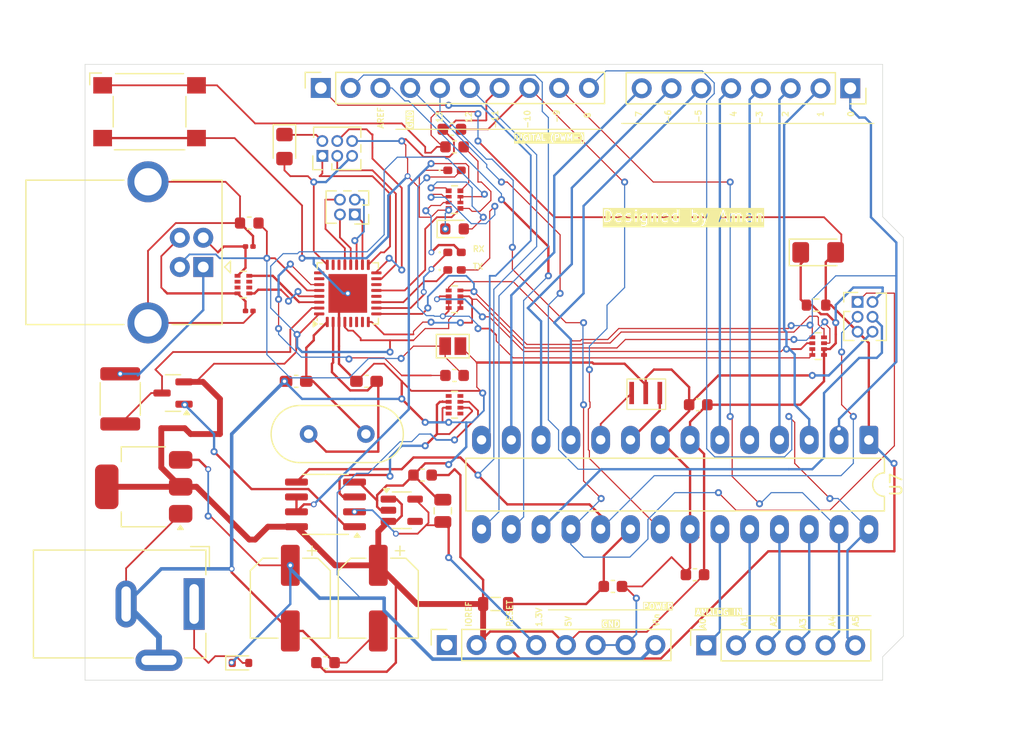
<source format=kicad_pcb>
(kicad_pcb (version 20241229) (generator "pcbnew") (generator_version "9.0")
  (layers (0 "F.Cu" signal) (2 "B.Cu" signal) (13 "F.Paste" user) (15 "B.Paste" user) (5 "F.SilkS" user "F.Silkscreen") (7 "B.SilkS" user "B.Silkscreen") (1 "F.Mask" user) (3 "B.Mask" user) (25 "Edge.Cuts" user))
  (net 0 "")
  (net 1 "+5V")
  (net 2 "GND")
  (net 3 "Net-(U4-XTAL1)")
  (net 4 "Net-(U4-PC0{slash}XTAL2)")
  (net 5 "Net-(J2-GND)")
  (net 6 "Net-(U4-UCAP)")
  (net 7 "+3.3V")
  (net 8 "/Vin")
  (net 9 "Net-(U7-AVCC)")
  (net 10 "Net-(D7-A)")
  (net 11 "/13")
  (net 12 "/AREF")
  (net 13 "Net-(D2-A)")
  (net 14 "Net-(D3-K)")
  (net 15 "Net-(D3-A)")
  (net 16 "Net-(D4-K)")
  (net 17 "Net-(D4-A)")
  (net 18 "Net-(D5-K)")
  (net 19 "Net-(D5-A)")
  (net 20 "Net-(D6-A)")
  (net 21 "Net-(D8-A)")
  (net 22 "/usbvcc")
  (net 23 "Net-(J2-VBUS)")
  (net 24 "Net-(J2-D-)")
  (net 25 "Net-(J2-D+)")
  (net 26 "Net-(J2-Shield)")
  (net 27 "Net-(J3-Pin_3)")
  (net 28 "Net-(J3-Pin_1)")
  (net 29 "Net-(J3-Pin_4)")
  (net 30 "Net-(J5-Pin_2)")
  (net 31 "Net-(J5-Pin_3)")
  (net 32 "Net-(J5-Pin_1)")
  (net 33 "Net-(J5-Pin_4)")
  (net 34 "/SCK")
  (net 35 "/MISO")
  (net 36 "/MOSI")
  (net 38 "/SS")
  (net 39 "/IO9")
  (net 40 "/IO8")
  (net 41 "/AD4{slash}SDA")
  (net 42 "/AD5{slash}SCL")
  (net 43 "/AD0")
  (net 44 "/AD1")
  (net 45 "/AD3")
  (net 46 "/AD2")
  (net 47 "/IO6")
  (net 48 "/IO7")
  (net 49 "/IO3")
  (net 50 "/IO5")
  (net 51 "/IO1")
  (net 52 "/IO0")
  (net 53 "/IO2")
  (net 54 "/IO4")
  (net 55 "Net-(Q2-G)")
  (net 56 "Net-(RN2A-R1.2)")
  (net 57 "Net-(RN7A-R1.2)")
  (net 58 "Net-(RN3B-R2.1)")
  (net 59 "Net-(RN7B-R2.2)")
  (net 70 "Net-(U7-XTAL2)")
  (net 71 "Net-(U7-XTAL1)")
  (net 72 "Net-(RN9A-R1.2)")
  (net 73 "Net-(RN9D-R4.2)")
  (footprint "Capacitor_SMD:CP_Elec_6.3x5.9" (layer "F.Cu") (at 117 95.5 -90)
    (property "Reference" "C9" (hide yes))
    (property "Value" "C_Polarized_Small")
  )
  (footprint "Connector_BarrelJack:BarrelJack_Wuerth_6941xx301002" (layer "F.Cu") (at 101.3 96 -90)
    (property "Reference" "J4" (hide yes))
    (property "Value" "Barrel_Jack_Switch_Pin3Ring")
  )
  (footprint "Capacitor_SMD:C_0603_1608Metric" (layer "F.Cu") (at 123.275 55.5 180)
    (property "Reference" "C14" (hide yes))
    (property "Value" "C")
  )
  (footprint "Resistor_SMD:R_Array_Concave_4x0402" (layer "F.Cu") (at 105.5 68.75)
    (property "Reference" "RN9" (hide yes))
    (property "Value" "R_Pack04_Split")
  )
  (footprint "Capacitor_SMD:C_0603_1608Metric" (layer "F.Cu") (at 123.5 57 180)
    (property "Reference" "C12" (hide yes))
    (property "Value" "C")
  )
  (footprint "Package_DFN_QFN:QFN-32-1EP_5x5mm_P0.5mm_EP3.3x3.3mm" (layer "F.Cu") (at 114.4 69.5 90)
    (property "Reference" "U4" (hide yes))
    (property "Value" "ATmega16U2-M")
  )
  (footprint "Connector_PinSocket_2.54mm:PinSocket_1x08_P2.54mm_Vertical" (layer "F.Cu") (at 122.84 99.5 90)
    (property "Reference" "J7" (hide yes))
    (property "Value" "Conn_01x08_Socket")
  )
  (footprint "Capacitor_SMD:C_0603_1608Metric_Pad1.08x0.95mm_HandSolder" (layer "F.Cu") (at 116 77)
    (property "Reference" "C4" (hide yes))
    (property "Value" "C")
  )
  (footprint "Package_TO_SOT_SMD:SOT-223-3_TabPin2" (layer "F.Cu") (at 97 86 180)
    (property "Reference" "U5" (hide yes))
    (property "Value" "NCP1117-1.5_SOT223")
  )
  (footprint "Capacitor_SMD:C_0603_1608Metric" (layer "F.Cu") (at 144.275 79)
    (property "Reference" "C13" (hide yes))
    (property "Value" "C")
  )
  (footprint "Diode_SMD:D_1206_3216Metric_Pad1.42x1.75mm_HandSolder" (layer "F.Cu") (at 154.5 66)
    (property "Reference" "D7" (hide yes))
    (property "Value" "D")
  )
  (footprint "Inductor_SMD:L_0805_2012Metric" (layer "F.Cu") (at 127 96)
    (property "Reference" "L3" (hide yes))
    (property "Value" "L")
  )
  (footprint "MountingHole:MountingHole_2.2mm_M2_DIN965" (layer "F.Cu") (at 156.5 61)
    (property "Reference" "REF**" (hide yes))
    (property "Value" "MountingHole_2.2mm_M2_DIN965")
  )
  (footprint "Package_TO_SOT_SMD:SOT-23" (layer "F.Cu") (at 99.5 78 180)
    (property "Reference" "Q2" (hide yes))
    (property "Value" "FDN340P")
  )
  (footprint "Capacitor_SMD:C_0603_1608Metric" (layer "F.Cu") (at 137 94.5)
    (property "Reference" "C11" (hide yes))
    (property "Value" "C")
  )
  (footprint "Connector_USB:USB_B_OST_USB-B1HSxx_Horizontal" (layer "F.Cu") (at 102.0775 67.25 180)
    (property "Reference" "J2" (hide yes))
    (property "Value" "USB_B")
  )
  (footprint "Package_DIP:DIP-28_W7.62mm_LongPads" (layer "F.Cu") (at 158.82 82 -90)
    (property "Reference" "U7")
    (property "Value" "~")
  )
  (footprint "LED_SMD:LED_0402_1005Metric_Pad0.77x0.64mm_HandSolder" (layer "F.Cu") (at 123.5 66)
    (property "Reference" "D4" (hide yes))
    (property "Value" "LED")
  )
  (footprint "Capacitor_SMD:C_0603_1608Metric" (layer "F.Cu") (at 112.5 101)
    (property "Reference" "C10" (hide yes))
    (property "Value" "0.1uf")
  )
  (footprint "LED_SMD:LED_0402_1005Metric_Pad0.77x0.64mm_HandSolder" (layer "F.Cu") (at 123.5 67.5)
    (property "Reference" "D5" (hide yes))
    (property "Value" "LED")
  )
  (footprint "Capacitor_SMD:C_0603_1608Metric" (layer "F.Cu") (at 123.5 76.5)
    (property "Reference" "C5" (hide yes))
    (property "Value" "1uf")
  )
  (footprint "Capacitor_SMD:CP_Elec_6.3x5.9" (layer "F.Cu") (at 109.5 95.5 -90)
    (property "Reference" "C8" (hide yes))
    (property "Value" "C_Polarized_Small")
  )
  (footprint "Connector_PinSocket_2.54mm:PinSocket_1x08_P2.54mm_Vertical" (layer "F.Cu") (at 157.24 52 -90)
    (property "Reference" "J10" (hide yes))
    (property "Value" "Conn_01x08_Socket")
  )
  (footprint "Capacitor_SMD:C_0805_2012Metric" (layer "F.Cu") (at 122.5 88.05 90)
    (property "Reference" "C6" (hide yes))
    (property "Value" "C")
  )
  (footprint "Diode_SMD:D_SOD-523" (layer "F.Cu") (at 105.255 101.025)
    (property "Reference" "D6" (hide yes))
    (property "Value" "D" (hide yes))
  )
  (footprint "Capacitor_SMD:C_0603_1608Metric" (layer "F.Cu") (at 120.775 85)
    (property "Reference" "C2" (hide yes))
    (property "Value" "1uf")
  )
  (footprint "Resistor_SMD:R_Array_Concave_4x0402" (layer "F.Cu") (at 123.5 70)
    (property "Reference" "RN7" (hide yes))
    (property "Value" "R_Pack04_Split")
  )
  (footprint "MountingHole:MountingHole_2.2mm_M2_DIN965" (layer "F.Cu") (at 159.5 94.5)
    (property "Reference" "REF**" (hide yes))
    (property "Value" "MountingHole_2.2mm_M2_DIN965")
  )
  (footprint "user footprint:CSTCE16M0V53-R0" (layer "F.Cu") (at 138.6 78)
    (property "Reference" "U6" (hide yes))
    (property "Value" "~")
  )
  (footprint "Resistor_SMD:R_0201_0603Metric" (layer "F.Cu") (at 106 71)
    (property "Reference" "TH3" (hide yes))
    (property "Value" "Thermistor")
  )
  (footprint "Connector_PinHeader_1.27mm:PinHeader_2x03_P1.27mm_Vertical" (layer "F.Cu") (at 157.865 70.23)
    (property "Reference" "J6" (hide yes))
    (property "Value" "Conn_02x03_Odd_Even")
  )
  (footprint "Resistor_SMD:R_Array_Convex_4x0402" (layer "F.Cu") (at 123.5 61.5)
    (property "Reference" "RN2" (hide yes))
    (property "Value" "R_Pack04_Split")
  )
  (footprint "Resistor_SMD:R_Array_Concave_4x0402" (layer "F.Cu") (at 123.5 79)
    (property "Reference" "RN3" (hide yes))
    (property "Value" "R_Pack04_Split")
  )
  (footprint "Resistor_SMD:R_0603_1608Metric" (layer "F.Cu") (at 154.325 70.5)
    (property "Reference" "R2" (hide yes))
    (property "Value" "R")
  )
  (footprint "Button_Switch_SMD:SW_SPST_Omron_B3FS-100xP" (layer "F.Cu") (at 97.5 54)
    (property "Reference" "SW2" (hide yes))
    (property "Value" "SW_Omron_B3FS")
  )
  (footprint "Resistor_SMD:R_Array_Concave_4x0402" (layer "F.Cu") (at 154.5 74)
    (property "Reference" "RN7" (hide yes))
    (property "Value" "R_Pack04_Split")
  )
  (footprint "Package_SO:SOIC-8_3.9x4.9mm_P1.27mm" (layer "F.Cu") (at 112.5 87.5 180)
    (property "Reference" "U2" (hide yes))
    (property "Value" "LM358")
  )
  (footprint "Crystal:Crystal_HC49-4H_Vertical" (layer "F.Cu") (at 111.06 81.5)
    (property "Reference" "Y2" (hide yes))
    (property "Value" "Crystal")
  )
  (footprint "MountingHole:MountingHole_2.2mm_M2_DIN965" (layer "F.Cu") (at 107.5 52.5)
    (property "Reference" "REF**" (hide yes))
    (property "Value" "MountingHole_2.2mm_M2_DIN965")
  )
  (footprint "Capacitor_SMD:C_0603_1608Metric" (layer "F.Cu") (at 144 93.5 180)
    (property "Reference" "C7" (hide yes))
    (property "Value" "0.1uf")
  )
  (footprint "LED_SMD:LED_0402_1005Metric_Pad0.77x0.64mm_HandSolder" (layer "F.Cu") (at 123.5 59)
    (property "Reference" "D2" (hide yes))
    (property "Value" "LED")
  )
  (footprint "Resistor_SMD:R_1812_4532Metric" (layer "F.Cu") (at 95 78.5 -90)
    (property "Reference" "F2" (hide yes))
    (property "Value" "Polyfuse")
  )
  (footprint "LED_SMD:LED_0603_1608Metric" (layer "F.Cu") (at 123.5 64)
    (property "Reference" "D8" (hide yes))
    (property "Value" "LED")
  )
  (footprint "Connector_PinHeader_1.27mm:PinHeader_2x03_P1.27mm_Vertical" (layer "F.Cu") (at 112.23 57.77 90)
    (property "Reference" "J3" (hide yes))
    (property "Value" "Conn_02x03_Odd_Even")
  )
  (footprint "Diode_SMD:D_0805_2012Metric_Pad1.15x1.40mm_HandSolder" (layer "F.Cu") (at 109 56.975 -90)
    (property "Reference" "D3" (hide yes))
    (property "Value" "D")
  )
  (footprint "Resistor_SMD:R_0201_0603Metric" (layer "F.Cu") (at 106 65.5)
    (property "Reference" "TH2" (hide yes))
    (property "Value" "Thermistor")
  )
  (footprint "Jumper:SolderJumper-2_P1.3mm_Open_Pad1.0x1.5mm" (layer "F.Cu") (at 123.35 74)
    (property "Reference" "JP2" (hide yes))
    (property "Value" "SolderJumper_2_Open")
  )
  (footprint "Capacitor_SMD:C_0603_1608Metric_Pad1.08x0.95mm_HandSolder" (layer "F.Cu") (at 110 77)
    (property "Reference" "C3" (hide yes))
    (property "Value" "C")
  )
  (footprint "Inductor_SMD:L_0603_1608Metric" (layer "F.Cu") (at 106 63.5)
    (property "Reference" "L2" (hide yes))
    (property "Value" "L")
  )
  (footprint "Connector_PinSocket_2.54mm:PinSocket_1x06_P2.54mm_Vertical" (layer "F.Cu") (at 144.96 99.525 90)
    (property "Reference" "J9" (hide yes))
    (property "Value" "Conn_01x06_Pin")
  )
  (footprint "Connector_PinSocket_2.54mm:PinSocket_1x10_P2.54mm_Vertical" (layer "F.Cu") (at 112.1 51.975 90)
    (property "Reference" "J8" (hide yes))
    (property "Value" "Conn_01x10_Pin")
  )
  (footprint "Package_TO_SOT_SMD:SOT-23-5" (layer "F.Cu") (at 119 88)
    (property "Reference" "U3" (hide yes))
    (property "Value" "LP2985-1.8")
  )
  (footprint "Connector_PinHeader_1.27mm:PinHeader_2x02_P1.27mm_Vertical" (layer "F.Cu") (at 115 62.77 180)
    (property "Reference" "J5" (hide yes))
    (property "Value" "Conn_02x02_Odd_Even")
  )
  (gr_line (start 144 97) (end 159 97) (stroke (width 0.1)) (layer "F.SilkS"))
  (gr_line (start 126.600378 98.17) (end 141.5 98.17) (stroke (width 0.1)) (layer "F.SilkS"))
  (gr_line (start 137.75 55) (end 159.25 55) (stroke (width 0.1)) (layer "F.SilkS"))
  (gr_line (start 136 55.5) (end 118.5 55.5) (stroke (width 0.1)) (layer "F.SilkS"))
  (gr_line (start 142 96.5) (end 131.5 96.5) (stroke (width 0.1)) (layer "F.SilkS"))
  (gr_line (start 161.767767 98.732233) (end 161.767767 64.732233) (stroke (width 0.05)) (layer "Edge.Cuts"))
  (gr_line (start 160 49.964466) (end 92 49.964466) (stroke (width 0.05)) (layer "Edge.Cuts"))
  (gr_line (start 92 102.5) (end 160 102.5) (stroke (width 0.05)) (layer "Edge.Cuts"))
  (gr_line (start 161.767767 64.732233) (end 160 62.964466) (stroke (width 0.05)) (layer "Edge.Cuts"))
  (gr_line (start 160 100.5) (end 161.767767 98.732233) (stroke (width 0.05)) (layer "Edge.Cuts"))
  (gr_line (start 92 49.964466) (end 92 102.5) (stroke (width 0.05)) (layer "Edge.Cuts"))
  (gr_line (start 160 62.964466) (end 160 49.964466) (stroke (width 0.05)) (layer "Edge.Cuts"))
  (gr_line (start 160 102.5) (end 160 100.5) (stroke (width 0.05)) (layer "Edge.Cuts"))
  (gr_text "RX" (at 125 66 0) (layer "F.SilkS") (effects (font (size 0.5 0.5) (thickness 0.1)) (justify left bottom)))
  (gr_text "A0" (at 144.96 98.195 90) (layer "F.SilkS") (effects (font (size 0.5 0.5) (thickness 0.1)) (justify left bottom)))
  (gr_text "GND\n" (at 136 98 0) (layer "F.SilkS" knockout) (effects (font (size 0.5 0.5) (thickness 0.1)) (justify left bottom)))
  (gr_text "A5" (at 158 98 90) (layer "F.SilkS") (effects (font (size 0.5 0.5) (thickness 0.1)) (justify left bottom)))
  (gr_text "0" (at 157 54.5 90) (layer "F.SilkS") (effects (font (size 0.5 0.5) (thickness 0.1)) (justify left top)))
  (gr_text "13" (at 122.5 55 90) (layer "F.SilkS") (effects (font (size 0.5 0.5) (thickness 0.1)) (justify left bottom)))
  (gr_text "POWER" (at 139.5 96.5 0) (layer "F.SilkS" knockout) (effects (font (size 0.5 0.5) (thickness 0.1)) (justify left bottom)))
  (gr_text "A2" (at 151 98 90) (layer "F.SilkS") (effects (font (size 0.5 0.5) (thickness 0.1)) (justify left bottom)))
  (gr_text "ANALOG IN" (at 144 97 0) (layer "F.SilkS" knockout) (effects (font (size 0.5 0.5) (thickness 0.1)) (justify left bottom)))
  (gr_text "4" (at 147 54.5 90) (layer "F.SilkS") (effects (font (size 0.5 0.5) (thickness 0.1)) (justify left top)))
  (gr_text "-5" (at 144 55 90) (layer "F.SilkS") (effects (font (size 0.5 0.5) (thickness 0.1)) (justify left top)))
  (gr_text "5V" (at 133.5 98 90) (layer "F.SilkS") (effects (font (size 0.5 0.5) (thickness 0.1)) (justify left bottom)))
  (gr_text "-11" (at 127.25 55.5 90) (layer "F.SilkS") (effects (font (size 0.5 0.5) (thickness 0.1)) (justify left bottom)))
  (gr_text "-10" (at 130 55.5 90) (layer "F.SilkS") (effects (font (size 0.5 0.5) (thickness 0.1)) (justify left bottom)))
  (gr_text "-3" (at 149.5 54.5 90) (layer "F.SilkS") (effects (font (size 0.5 0.5) (thickness 0.1))))
  (gr_text "2" (at 152 54.5 90) (layer "F.SilkS") (effects (font (size 0.5 0.5) (thickness 0.1)) (justify left bottom)))
  (gr_text "1" (at 155 54.5 90) (layer "F.SilkS") (effects (font (size 0.5 0.5) (thickness 0.1)) (justify left bottom)))
  (gr_text "-9" (at 132.5 55 90) (layer "F.SilkS") (effects (font (size 0.5 0.5) (thickness 0.1)) (justify left bottom)))
  (gr_text "AREF" (at 117.5 55.5 90) (layer "F.SilkS") (effects (font (size 0.5 0.5) (thickness 0.1)) (justify left bottom)))
  (gr_text "IOREF" (at 125 98 90) (layer "F.SilkS") (effects (font (size 0.5 0.5) (thickness 0.1)) (justify left bottom)))
  (gr_text "GND" (at 120 55.5 90) (layer "F.SilkS" knockout) (effects (font (size 0.5 0.5) (thickness 0.1)) (justify left bottom)))
  (gr_text "-6" (at 142 55 90) (layer "F.SilkS") (effects (font (size 0.5 0.5) (thickness 0.1)) (justify left bottom)))
  (gr_text "8" (at 134.5 54 270) (layer "F.SilkS") (effects (font (size 0.5 0.5) (thickness 0.1)) (justify left bottom)))
  (gr_text "Designed by Aman " (at 136 63.5 0) (layer "F.SilkS" knockout) (effects (font (size 1 1) (thickness 0.1)) (justify left bottom)))
  (gr_text "1.3V" (at 131 98 90) (layer "F.SilkS") (effects (font (size 0.5 0.5) (thickness 0.1)) (justify left bottom)))
  (gr_text "RESET" (at 128.5 98 90) (layer "F.SilkS") (effects (font (size 0.5 0.5) (thickness 0.1)) (justify left bottom)))
  (gr_text "TX" (at 125 67.5 0) (layer "F.SilkS") (effects (font (size 0.5 0.5) (thickness 0.1)) (justify left bottom)))
  (gr_text "7" (at 139.5 54.5 90) (layer "F.SilkS") (effects (font (size 0.5 0.5) (thickness 0.1)) (justify left bottom)))
  (gr_text "A3" (at 153.5 98.195 90) (layer "F.SilkS") (effects (font (size 0.5 0.5) (thickness 0.1)) (justify left bottom)))
  (gr_text "A1" (at 148.5 98 90) (layer "F.SilkS") (effects (font (size 0.5 0.5) (thickness 0.1)) (justify left bottom)))
  (gr_text "Vin" (at 141 98 90) (layer "F.SilkS") (effects (font (size 0.5 0.5) (thickness 0.1)) (justify left bottom)))
  (gr_text "A4" (at 156 98 90) (layer "F.SilkS") (effects (font (size 0.5 0.5) (thickness 0.1)) (justify left bottom)))
  (gr_text "DIGITAL (PWM-)" (at 128.5 56.5 0) (layer "F.SilkS" knockout) (effects (font (size 0.5 0.5) (thickness 0.1)) (justify left bottom)))
  (gr_text "12" (at 125 55 90) (layer "F.SilkS") (effects (font (size 0.5 0.5) (thickness 0.1)) (justify left bottom)))
  (segment (start 153.960936 70.5) (end 154.736936 71.276) (width 0.2) (layer "F.Cu") (net 1))
  (segment (start 133 99.5) (end 134.126 98.374) (width 0.15) (layer "F.Cu") (net 1))
  (segment (start 110 73) (end 110.075 73) (width 0.2) (layer "F.Cu") (net 1))
  (segment (start 117.8625 87.05) (end 118.55 87.05) (width 0.2) (layer "F.Cu") (net 1))
  (segment (start 113.5 92.7) (end 117 92.7) (width 0.5) (layer "F.Cu") (net 1))
  (segment (start 103 75.5) (end 109 75.5) (width 0.15) (layer "F.Cu") (net 1))
  (segment (start 110 73) (end 110 74.5) (width 0.15) (layer "F.Cu") (net 1))
  (segment (start 98.5 84.35) (end 98.5 81) (width 0.5) (layer "F.Cu") (net 1))
  (segment (start 118.5 94.2) (end 118.5 101) (width 0.2) (layer "F.Cu") (net 1))
  (segment (start 154.736936 71.276) (end 155.276 71.276) (width 0.2) (layer "F.Cu") (net 1))
  (segment (start 118.15 93.85) (end 120.3 96) (width 0.5) (layer "F.Cu") (net 1))
  (segment (start 93.85 86) (end 100.15 86) (width 0.5) (layer "F.Cu") (net 1))
  (segment (start 123 85) (end 121.55 85) (width 0.2) (layer "F.Cu") (net 1))
  (segment (start 155.276 71.276) (end 156 72) (width 0.2) (layer "F.Cu") (net 1))
  (segment (start 153 79) (end 155 77) (width 0.2) (layer "F.Cu") (net 1))
  (segment (start 101.5 86) (end 106 90.5) (width 0.5) (layer "F.Cu") (net 1))
  (segment (start 112.501 101.776) (end 111.725 101) (width 0.2) (layer "F.Cu") (net 1))
  (segment (start 115.5 73.5) (end 118 73.5) (width 0.15) (layer "F.Cu") (net 1))
  (segment (start 114.839118 72.676) (end 115.5 73.336882) (width 0.15) (layer "F.Cu") (net 1))
  (segment (start 123.5 84.5) (end 123 85) (width 0.2) (layer "F.Cu") (net 1))
  (segment (start 156 73.752) (end 155.502 74.25) (width 0.2) (layer "F.Cu") (net 1))
  (segment (start 153.0125 70.0125) (end 153.5 70.5) (width 0.2) (layer "F.Cu") (net 1))
  (segment (start 125.9375 96) (end 125.9375 98.9425) (width 0.5) (layer "F.Cu") (net 1))
  (segment (start 124 61.25) (end 125.836161 61.25) (width 0.1) (layer "F.Cu") (net 1))
  (segment (start 124 70.75) (end 123 71.75) (width 0.1) (layer "F.Cu") (net 1))
  (segment (start 124 85) (end 123.5 84.5) (width 0.2) (layer "F.Cu") (net 1))
  (segment (start 107.595 89.405) (end 110.025 89.405) (width 0.5) (layer "F.Cu") (net 1))
  (segment (start 126.531 98.349) (end 131.849 98.349) (width 0.2) (layer "F.Cu") (net 1))
  (segment (start 101.45 77.05) (end 103 75.5) (width 0.15) (layer "F.Cu") (net 1))
  (segment (start 153.5 66.5) (end 153.0125 66.9875) (width 0.2) (layer "F.Cu") (net 1))
  (segment (start 118.15 93.85) (end 118.5 94.2) (width 0.2) (layer "F.Cu") (net 1))
  (segment (start 118.5 101) (end 117.724 101.776) (width 0.2) (layer "F.Cu") (net 1))
  (segment (start 124 92) (end 124 85) (width 0.2) (layer "F.Cu") (net 1))
  (segment (start 100.15 86) (end 101.5 86) (width 0.5) (layer "F.Cu") (net 1))
  (segment (start 118.524999 88.95) (end 117.8625 88.95) (width 0.2) (layer "F.Cu") (net 1))
  (segment (start 143.58 80.47) (end 145.05 79) (width 0.2) (layer "F.Cu") (net 1))
  (segment (start 114.15 72.390798) (end 114.435202 72.676) (width 0.15) (layer "F.Cu") (net 1))
  (segment (start 125.38 99.5) (end 126.531 98.349) (width 0.2) (layer "F.Cu") (net 1))
  (segment (start 124 61.75) (end 124 61.25) (width 0.1) (layer "F.Cu") (net 1))
  (segment (start 100.4375 77.05) (end 101.45 77.05) (width 0.15) (layer "F.Cu") (net 1))
  (segment (start 110.35625 72.85625) (end 110.2125 73) (width 0.15) (layer "F.Cu") (net 1))
  (segment (start 106.5 90.5) (end 107.595 89.405) (width 0.5) (layer "F.Cu") (net 1))
  (segment (start 111.9625 71.25) (end 110.35625 72.85625) (width 0.15) (layer "F.Cu") (net 1))
  (segment (start 117.724 101.776) (end 112.501 101.776) (width 0.2) (layer "F.Cu") (net 1))
  (segment (start 123 71.75) (end 123 72.5) (width 0.1) (layer "F.Cu") (net 1))
  (segment (start 121 72.5) (end 120 73.5) (width 0.1) (layer "F.Cu") (net 1))
  (segment (start 124 70.25) (end 124 70.75) (width 0.15) (layer "F.Cu") (net 1))
  (segment (start 134.126 98.374) (end 139.901 98.374) (width 0.15) (layer "F.Cu") (net 1))
  (segment (start 155 77) (end 155 74.25) (width 0.2) (layer "F.Cu") (net 1))
  (segment (start 143.58 82) (end 143.58 80.47) (width 0.2) (layer "F.Cu") (net 1))
  (segment (start 118.55 87.05) (end 119 87.5) (width 0.2) (layer "F.Cu") (net 1))
  (segment (start 155 74.25) (end 155 74.75) (width 0.2) (layer "F.Cu") (net 1))
  (segment (start 139.901 98.374) (end 144.775 93.5) (width 0.15) (layer "F.Cu") (net 1))
  (segment (start 118 73.5) (end 120 73.5) (width 0.15) (layer "F.Cu") (net 1))
  (segment (start 98.5 81) (end 100.5 81) (width 0.5) (layer "F.Cu") (net 1))
  (segment (start 117 92.7) (end 117 89.8125) (width 0.5) (layer "F.Cu") (net 1))
  (segment (start 117.8625 87.05) (end 117.95 87.05) (width 0.2) (layer "F.Cu") (net 1))
  (segment (start 114.435202 72.676) (end 114.839118 72.676) (width 0.15) (layer "F.Cu") (net 1))
  (segment (start 153.0125 66.9875) (end 153.0125 70.0125) (width 0.2) (layer "F.Cu") (net 1))
  (segment (start 131.849 98.349) (end 133 99.5) (width 0.2) (layer "F.Cu") (net 1))
  (segment (start 145.05 79) (end 153 79) (width 0.2) (layer "F.Cu") (net 1))
  (segment (start 109 75.5) (end 110 74.5) (width 0.15) (layer "F.Cu") (net 1))
  (segment (start 113.32 92.7) (end 113.5 92.7) (width 0.5) (layer "F.Cu") (net 1))
  (segment (start 103.5 81.5) (end 103.5 78.5) (width 0.5) (layer "F.Cu") (net 1))
  (segment (start 144.775 83.195) (end 143.58 82) (width 0.2) (layer "F.Cu") (net 1))
  (segment (start 106 90.5) (end 106.5 90.5) (width 0.5) (layer "F.Cu") (net 1))
  (segment (start 156 73) (end 156 72) (width 0.2) (layer "F.Cu") (net 1))
  (segment (start 102.05 77.05) (end 100.4375 77.05) (width 0.5) (layer "F.Cu") (net 1))
  (segment (start 156 73) (end 156 73.752) (width 0.2) (layer "F.Cu") (net 1))
  (segment (start 144.775 93.5) (end 144.775 83.195) (width 0.2) (layer "F.Cu") (net 1))
  (segment (start 100.5 81) (end 101 81.5) (width 0.5) (layer "F.Cu") (net 1))
  (segment (start 101 81.5) (end 103.5 81.5) (width 0.5) (layer "F.Cu") (net 1))
  (segment (start 120.3 96) (end 125.9375 96) (width 0.5) (layer "F.Cu") (net 1))
  (segment (start 110.21875 72.85625) (end 110.075 73) (width 0.1) (layer "F.Cu") (net 1))
  (segment (start 100.15 86) (end 98.5 84.35) (width 0.5) (layer "F.Cu") (net 1))
  (segment (start 119 87.5) (end 119 88.474999) (width 0.2) (layer "F.Cu") (net 1))
  (segment (start 117 89.8125) (end 117.8625 88.95) (width 0.5) (layer "F.Cu") (net 1))
  (segment (start 119 88.474999) (end 118.524999 88.95) (width 0.2) (layer "F.Cu") (net 1))
  (segment (start 110.2125 73) (end 110 73) (width 0.15) (layer "F.Cu") (net 1))
  (segment (start 125.836161 61.25) (end 126.049 61.037161) (width 0.1) (layer "F.Cu") (net 1))
  (segment (start 110.025 89.405) (end 113.32 92.7) (width 0.5) (layer "F.Cu") (net 1))
  (segment (start 125.9375 98.9425) (end 125.38 99.5) (width 0.5) (layer "F.Cu") (net 1))
  (segment (start 125.9375 96) (end 125.9375 93.9375) (width 0.2) (layer "F.Cu") (net 1))
  (segment (start 114.15 71.9375) (end 114.15 72.390798) (width 0.15) (layer "F.Cu") (net 1))
  (segment (start 117.95 87.05) (end 118 87) (width 0.2) (layer "F.Cu") (net 1))
  (segment (start 155.502 74.25) (end 155 74.25) (width 0.2) (layer "F.Cu") (net 1))
  (segment (start 118 74.5) (end 118 73.5) (width 0.15) (layer "F.Cu") (net 1))
  (segment (start 123 72.5) (end 121 72.5) (width 0.1) (layer "F.Cu") (net 1))
  (segment (start 110.35625 72.85625) (end 110.21875 72.85625) (width 0.1) (layer "F.Cu") (net 1))
  (segment (start 115.5 73.336882) (end 115.5 73.5) (width 0.15) (layer "F.Cu") (net 1))
  (segment (start 117 92.7) (end 118.15 93.85) (width 0.5) (layer "F.Cu") (net 1))
  (segment (start 153.5 70.5) (end 153.960936 70.5) (width 0.2) (layer "F.Cu") (net 1))
  (segment (start 125.9375 93.9375) (end 124 92) (width 0.2) (layer "F.Cu") (net 1))
  (segment (start 103.5 78.5) (end 102.05 77.05) (width 0.5) (layer "F.Cu") (net 1))
  (via (at 110.075 73) (size 0.6) (drill 0.3) (layers "F.Cu" "B.Cu") (net 1))
  (via (at 126.049 61.037161) (size 0.6) (drill 0.3) (layers "F.Cu" "B.Cu") (net 1))
  (via (at 156 72) (size 0.6) (drill 0.3) (layers "F.Cu" "B.Cu") (net 1))
  (via (at 118 74.5) (size 0.6) (drill 0.3) (layers "F.Cu" "B.Cu") (net 1))
  (segment (start 160 69) (end 160 69.365) (width 0.2) (layer "B.Cu") (net 1))
  (segment (start 110.271768 65.949) (end 110.110384 66.110384) (width 0.1) (layer "B.Cu") (net 1))
  (segment (start 126 61.074322) (end 122.925678 58) (width 0.1) (layer "B.Cu") (net 1))
  (segment (start 116.051 65.949) (end 110.271768 65.949) (width 0.1) (layer "B.Cu") (net 1))
  (segment (start 117.5 59) (end 117.5 64.5) (width 0.1) (layer "B.Cu") (net 1))
  (segment (start 126.049 61.037161) (end 126.011839 61.074322) (width 0.1) (layer "B.Cu") (net 1))
  (segment (start 108.889616 66.110384) (end 107.826 67.174) (width 0.1) (layer "B.Cu") (net 1))
  (segment (start 122.779322 58) (end 122.657322 57.878) (width 0.1) (layer "B.Cu") (net 1))
  (segment (start 110.075 74.075) (end 110.5 74.5) (width 0.2) (layer "B.Cu") (net 1))
  (segment (start 156 70.5) (end 157.5 69) (width 0.2) (layer "B.Cu") (net 1))
  (segment (start 157.5 69) (end 160 69) (width 0.2) (layer "B.Cu") (net 1))
  (segment (start 122.657322 57.878) (end 118.622 57.878) (width 0.1) (layer "B.Cu") (net 1))
  (segment (start 110.110384 66.110384) (end 108.889616 66.110384) (width 0.1) (layer "B.Cu") (net 1))
  (segment (start 107.826 67.174) (end 107.826 70.751) (width 0.1) (layer "B.Cu") (net 1))
  (segment (start 118.622 57.878) (end 117.5 59) (width 0.1) (layer "B.Cu") (net 1))
  (segment (start 122.925678 58) (end 122.779322 58) (width 0.1) (layer "B.Cu") (net 1))
  (segment (start 126.011839 61.074322) (end 126 61.074322) (width 0.1) (layer "B.Cu") (net 1))
  (segment (start 117.5 64.5) (end 116.051 65.949) (width 0.1) (layer "B.Cu") (net 1))
  (segment (start 110.5 74.5) (end 118 74.5) (width 0.2) (layer "B.Cu") (net 1))
  (segment (start 160 69.365) (end 159.135 70.23) (width 0.2) (layer "B.Cu") (net 1))
  (segment (start 107.826 70.751) (end 110.075 73) (width 0.1) (layer "B.Cu") (net 1))
  (segment (start 156 72) (end 156 70.5) (width 0.2) (layer "B.Cu") (net 1))
  (segment (start 110.075 73) (end 110.075 74.075) (width 0.2) (layer "B.Cu") (net 1))
  (segment (start 123 79.25) (end 122.538 79.25) (width 0.15) (layer "F.Cu") (net 2))
  (segment (start 120.5 63) (end 120.5 60.5) (width 0.1) (layer "F.Cu") (net 2))
  (segment (start 104.75 56.25) (end 101.5 56.25) (width 0.15) (layer "F.Cu") (net 2))
  (segment (start 121 84) (end 123 84) (width 0.2) (layer "F.Cu") (net 2))
  (segment (start 139.8 78) (end 139.8 77.3) (width 0.2) (layer "F.Cu") (net 2))
  (segment (start 122.474 80.474) (end 122.5 80.5) (width 0.15) (layer "F.Cu") (net 2))
  (segment (start 110.5 66.5) (end 110.5 62) (width 0.15) (layer "F.Cu") (net 2))
  (segment (start 119.343413 57.843413) (end 119.5 58) (width 0.1) (layer "F.Cu") (net 2))
  (segment (start 143.5 79.54) (end 141.04 82) (width 0.2) (layer "F.Cu") (net 2))
  (segment (start 120.854611 57.851) (end 123.063756 57.851) (width 0.15) (layer "F.Cu") (net 2))
  (segment (start 125.399 75.399) (end 125.399 77.498) (width 0.1) (layer "F.Cu") (net 2))
  (segment (start 109.5 98.3) (end 104.5 93.3) (width 0.2) (layer "F.Cu") (net 2))
  (segment (start 123 84) (end 123 84.1) (width 0.2) (layer "F.Cu") (net 2))
  (segment (start 114.975 85.595) (end 115.321968 85.595) (width 0.2) (layer "F.Cu") (net 2))
  (segment (start 110.575 98.3) (end 109.5 98.3) (width 0.2) (layer "F.Cu") (net 2))
  (segment (start 113.65 71.9375) (end 113.65 74) (width 0.2) (layer "F.Cu") (net 2))
  (segment (start 117.200001 88) (end 117.8625 88) (width 0.2) (layer "F.Cu") (net 2))
  (segment (start 126.214 54.712) (end 126.214 53.101) (width 0.15) (layer "F.Cu") (net 2))
  (segment (start 143.5 77.5) (end 143.5 79) (width 0.2) (layer "F.Cu") (net 2))
  (segment (start 123.611244 54.749) (end 126.177 54.749) (width 0.15) (layer "F.Cu") (net 2))
  (segment (start 142 76) (end 143.5 77.5) (width 0.2) (layer "F.Cu") (net 2))
  (segment (start 119.343413 56.339802) (end 120.854611 57.851) (width 0.15) (layer "F.Cu") (net 2))
  (segment (start 121 59) (end 122.9275 59) (width 0.1) (layer "F.Cu") (net 2))
  (segment (start 126.177 54.749) (end 126.214 54.712) (width 0.15) (layer "F.Cu") (net 2))
  (segment (start 113.275 101) (end 114.3 101) (width 0.15) (layer "F.Cu") (net 2))
  (segment (start 143.58 84.58) (end 143.58 89.62) (width 0.2) (layer "F.Cu") (net 2))
  (segment (start 124 74) (end 125.399 75.399) (width 0.1) (layer "F.Cu") (net 2))
  (segment (start 114.3 101) (end 117 98.3) (width 0.15) (layer "F.Cu") (net 2))
  (segment (start 116.899 87.172032) (end 116.899 87.698999) (width 0.2) (layer "F.Cu") (net 2))
  (segment (start 123 62.400002) (end 122.099998 62.400002) (width 0.1) (layer "F.Cu") (net 2))
  (segment (start 138 94.5) (end 139 95.5) (width 0.15) (layer "F.Cu") (net 2))
  (segment (start 137.775 94.5) (end 138 94.5) (width 0.15) (layer "F.Cu") (net 2))
  (segment (start 119 77) (end 117.5 75.5) (width 0.15) (layer "F.Cu") (net 2))
  (segment (start 125.399 77.498) (end 125.901 78) (width 0.1) (layer "F.Cu") (net 2))
  (segment (start 120 85) (end 122.1 87.1) (width 0.2) (layer "F.Cu") (net 2))
  (segment (start 119.160198 56.339802) (end 119.343413 56.339802) (width 0.15) (layer "F.Cu") (net 2))
  (segment (start 123.063756 57.851) (end 123.451 57.463756) (width 0.15) (layer "F.Cu") (net 2))
  (segment (start 139.8 78) (end 139.8 76.7) (width 0.2) (layer "F.Cu") (net 2))
  (segment (start 122.474 79.314) (end 122.474 80.474) (width 0.15) (layer "F.Cu") (net 2))
  (segment (start 109.1375 77) (end 109 77) (width 0.2) (layer "F.Cu") (net 2))
  (segment (start 143.5 79) (end 143.5 79.54) (width 0.2) (layer "F.Cu") (net 2))
  (segment (start 122.5 80.5) (end 123 80.5) (width 0.15) (layer "F.Cu") (net 2))
  (segment (start 116.899 87.698999) (end 117.200001 88) (width 0.2) (layer "F.Cu") (net 2))
  (segment (start 101.5 56.25) (end 93.5 56.25) (width 0.2) (layer "F.Cu") (net 2))
  (segment (start 116.899 86.709032) (end 116.899 87.172032) (width 0.2) (layer "F.Cu") (net 2))
  (segment (start 141.04 82) (end 141.04 82.04) (width 0.2) (layer "F.Cu") (net 2))
  (segment (start 120.5 60.5) (end 120.5 59.5) (width 0.1) (layer "F.Cu") (net 2))
  (segment (start 113.275 101) (end 110.575 98.3) (width 0.2) (layer "F.Cu") (net 2))
  (segment (start 122.5 64) (end 122.7125 64) (width 0.1) (layer "F.Cu") (net 2))
  (segment (start 121.5 63) (end 120.5 63) (width 0.1) (layer "F.Cu") (net 2))
  (segment (start 123.451 56.451) (end 122.5 55.5) (width 0.15) (layer "F.Cu") (net 2))
  (segment (start 139.5 94.5) (end 142 92) (width 0.15) (layer "F.Cu") (net 2))
  (segment (start 122.860244 55.5) (end 123.611244 54.749) (width 0.15) (layer "F.Cu") (net 2))
  (segment (start 135.349943 75.5) (end 135.248943 75.399) (width 0.2) (layer "F.Cu") (net 2))
  (segment (start 113.65 75.5125) (end 115.1375 77) (width 0.2) (layer "F.Cu") (net 2))
  (segment (start 143.58 92.92) (end 143.58 89.62) (width 0.2) (layer "F.Cu") (net 2))
  (segment (start 125.901 78) (end 125.715 77.814) (width 0.15) (layer "F.Cu") (net 2))
  (segment (start 114.4 69.5) (end 113.65 70.25) (width 0.2) (layer "F.Cu") (net 2))
  (segment (start 119.343413 56.843413) (end 119.343413 57.843413) (width 0.1) (layer "F.Cu") (net 2))
  (segment (start 143.225 93.275) (end 143.58 92.92) (width 0.2) (layer "F.Cu") (net 2))
  (segment (start 135.248943 75.399) (end 125.399 75.399) (width 0.2) (layer "F.Cu") (net 2))
  (segment (start 119 78.5) (end 121 80.5) (width 0.2) (layer "F.Cu") (net 2))
  (segment (start 117.5 75.5) (end 116.6375 75.5) (width 0.15) (layer "F.Cu") (net 2))
  (segment (start 143.5 79) (end 146 76.5) (width 0.2) (layer "F.Cu") (net 2))
  (segment (start 141.04 82.04) (end 143.58 84.58) (width 0.2) (layer "F.Cu") (net 2))
  (segment (start 122.538 79.25) (end 122.474 79.314) (width 0.15) (layer "F.Cu") (net 2))
  (segment (start 143.225 93.5) (end 143.225 93.275) (width 0.2) (layer "F.Cu") (net 2))
  (segment (start 120 85) (end 121 84) (width 0.2) (layer "F.Cu") (net 2))
  (segment (start 139.8 77.3) (end 138 75.5) (width 0.2) (layer "F.Cu") (net 2))
  (segment (start 122.1 87.1) (end 122.5 87.1) (width 0.2) (layer "F.Cu") (net 2))
  (segment (start 95.5 92.95) (end 100.15 88.3) (width 0.15) (layer "F.Cu") (net 2))
  (segment (start 113.65 74) (end 113.65 75.5125) (width 0.2) (layer "F.Cu") (net 2))
  (segment (start 116.6375 75.5) (end 115.1375 77) (width 0.15) (layer "F.Cu") (net 2))
  (segment (start 138 75.5) (end 135.349943 75.5) (width 0.2) (layer "F.Cu") (net 2))
  (segment (start 126.214 53.101) (end 127.34 51.975) (width 0.15) (layer "F.Cu") (net 2))
  (segment (start 137.775 94.5) (end 139.5 94.5) (width 0.15) (layer "F.Cu") (net 2))
  (segment (start 142 92) (end 143.225 93.225) (width 0.15) (layer "F.Cu") (net 2))
  (segment (start 140.5 76) (end 142 76) (width 0.2) (layer "F.Cu") (net 2))
  (segment (start 117.713033 85.894999) (end 116.899 86.709032) (width 0.2) (layer "F.Cu") (net 2))
  (segment (start 104.5 93.3) (end 104.5 93) (width 0.2) (layer "F.Cu") (net 2))
  (segment (start 119.814 77.814) (end 119 77) (width 0.15) (layer "F.Cu") (net 2))
  (segment (start 122.5 55.5) (end 122.860244 55.5) (width 0.15) (layer "F.Cu") (net 2))
  (segment (start 123 62.25) (end 123 62.400002) (width 0.1) (layer "F.Cu") (net 2))
  (segment (start 119 56.5) (end 119.343413 56.843413) (width 0.1) (layer "F.Cu") (net 2))
  (segment (start 119.5 58) (end 119.5 59.5) (width 0.1) (layer "F.Cu") (net 2))
  (segment (start 119.105001 85.894999) (end 117.713033 85.894999) (width 0.2) (layer "F.Cu") (net 2))
  (segment (start 113.65 70.25) (end 113.65 71.9375) (width 0.2) (layer "F.Cu") (net 2))
  (segment (start 125.715 77.814) (end 119.814 77.814) (width 0.15) (layer "F.Cu") (net 2))
  (segment (start 146 76.5) (end 154 76.5) (width 0.2) (layer "F.Cu") (net 2))
  (segment (start 119.105001 85.894999) (end 120 85) (width 0.2) (layer "F.Cu") (net 2))
  (segment (start 120.5 59.5) (end 121 59) (width 0.1) (layer "F.Cu") (net 2))
  (segment (start 95.5 96) (end 95.5 92.95) (width 0.15) (layer "F.Cu") (net 2))
  (segment (start 144.275 90.315) (end 143.58 89.62) (width 0.2) (layer "F.Cu") (net 2))
  (segment (start 122.099998 62.400002) (end 121.5 63) (width 0.1) (layer "F.Cu") (net 2))
  (segment (start 122.75 62.5) (end 123 62.25) (width 0.1) (layer "F.Cu") (net 2))
  (segment (start 119 56.5) (end 119.160198 56.339802) (width 0.15) (layer "F.Cu") (net 2))
  (segment (start 143.225 93.225) (end 143.225 93.5) (width 0.15) (layer "F.Cu") (net 2))
  (segment (start 110.5 62) (end 104.75 56.25) (width 0.15) (layer "F.Cu") (net 2))
  (segment (start 139.8 76.7) (end 140.5 76) (width 0.2) (layer "F.Cu") (net 2))
  (segment (start 115.321968 85.595) (end 116.899 87.172032) (width 0.2) (layer "F.Cu") (net 2))
  (segment (start 115.1375 77) (end 115.06875 76.93125) (width 0.2) (layer "F.Cu") (net 2))
  (segment (start 123.451 57.463756) (end 123.451 56.451) (width 0.15) (layer "F.Cu") (net 2))
  (segment (start 119 78.5) (end 119 77) (width 0.2) (layer "F.Cu") (net 2))
  (segment (start 119.5 59.5) (end 120.5 60.5) (width 0.1) (layer "F.Cu") (net 2))
  (via (at 119 56.5) (size 0.6) (drill 0.3) (layers "F.Cu" "B.Cu") (net 2))
  (via (at 123 84.1) (size 0.6) (drill 0.3) (layers "F.Cu" "B.Cu") (net 2))
  (via (at 104.5 93) (size 0.5) (drill 0.3) (layers "F.Cu" "B.Cu") (net 2))
  (via (at 121 80.5) (size 0.6) (drill 0.3) (layers "F.Cu" "B.Cu") (net 2))
  (via (at 123 62.400002) (size 0.6) (drill 0.3) (layers "F.Cu" "B.Cu") (net 2))
  (via (at 119 78.5) (size 0.6) (drill 0.3) (layers "F.Cu" "B.Cu") (net 2))
  (via (at 109 77) (size 0.6) (drill 0.3) (layers "F.Cu" "B.Cu") (net 2))
  (via (at 154 76.5) (size 0.6) (drill 0.3) (layers "F.Cu" "B.Cu") (net 2))
  (via (at 139 95.5) (size 0.6) (drill 0.3) (layers "F.Cu" "B.Cu") (net 2))
  (via (at 114.4 69.5) (size 0.5) (drill 0.3) (layers "F.Cu" "B.Cu") (net 2))
  (via (at 123 80.5) (size 0.6) (drill 0.3) (layers "F.Cu" "B.Cu") (net 2))
  (via (at 125.901 78) (size 0.6) (drill 0.3) (layers "F.Cu" "B.Cu") (net 2))
  (via (at 110.501806 66.499) (size 0.6) (drill 0.3) (layers "F.Cu" "B.Cu") (net 2))
  (via (at 119.5 59.5) (size 0.5) (drill 0.3) (layers "F.Cu" "B.Cu") (net 2))
  (via (at 122.7125 64) (size 0.6) (drill 0.3) (layers "F.Cu" "B.Cu") (net 2))
  (segment (start 121 80.5) (end 123 80.5) (width 0.2) (layer "B.Cu") (net 2))
  (segment (start 98.3 100.8) (end 98.3 98.8) (width 0.5) (layer "B.Cu") (net 2))
  (segment (start 110.501806 66.498194) (end 110.501 66.499) (width 0.2) (layer "B.Cu") (net 2))
  (segment (start 114.4 69.5) (end 114.001806 69.5) (width 0.2) (layer "B.Cu") (net 2))
  (segment (start 126 78) (end 125.901 78) (width 0.15) (layer "B.Cu") (net 2))
  (segment (start 122.7125 64) (end 122.7125 62.687502) (width 0.1) (layer "B.Cu") (net 2))
  (segment (start 95.5 96) (end 98.5 93) (width 0.3) (layer "B.Cu") (net 2))
  (segment (start 123 84.1) (end 124.5 82.6) (width 0.2) (layer "B.Cu") (net 2))
  (segment (start 139 98.58) (end 139 95.5) (width 0.15) (layer "B.Cu") (net 2))
  (segment (start 114.001806 69.5) (end 111.5 66.998194) (width 0.2) (layer "B.Cu") (net 2))
  (segment (start 124.5 80.5) (end 125 80.5) (width 0.15) (layer "B.Cu") (net 2))
  (segment (start 104.5 81.5) (end 109 77) (width 0.3) (layer "B.Cu") (net 2))
  (segment (start 110.502806 66.5) (end 110.501806 66.499) (width 0.2) (layer "B.Cu") (net 2))
  (segment (start 119.5 59.5) (end 117.851 61.149) (width 0.2) (layer "B.Cu") (net 2))
  (segment (start 110.501 66.499) (end 110.501806 66.499) (width 0.2) (layer "B.Cu") (net 2))
  (segment (start 135.54 99.5) (end 138.08 99.5) (width 0.15) (layer "B.Cu") (net 2))
  (segment (start 126 79.5) (end 126 78) (width 0.15) (layer "B.Cu") (net 2))
  (segment (start 125 80.5) (end 126 79.5) (width 0.15) (layer "B.Cu") (net 2))
  (segment (start 143.58 89.08) (end 143.58 89.62) (width 0.2) (layer "B.Cu") (net 2))
  (segment (start 111.5 66.998194) (end 111.5 66.5) (width 0.2) (layer "B.Cu") (net 2))
  (segment (start 124.5 82.6) (end 124.5 80.5) (width 0.2) (layer "B.Cu") (net 2))
  (segment (start 109 77) (end 110.5 78.5) (width 0.2) (layer "B.Cu") (net 2))
  (segment (start 155.405 76.5) (end 159.135 72.77) (width 0.2) (layer "B.Cu") (net 2))
  (segment (start 111.5 66.5) (end 110.502806 66.5) (width 0.2) (layer "B.Cu") (net 2))
  (segment (start 117.851 61.149) (end 117.851 64.645388) (width 0.2) (layer "B.Cu") (net 2))
  (segment (start 115 78.5) (end 119 78.5) (width 0.2) (layer "B.Cu") (net 2))
  (segment (start 115.997388 66.499) (end 110.501806 66.499) (width 0.2) (layer "B.Cu") (net 2))
  (segment (start 138.08 99.5) (end 139 98.58) (width 0.15) (layer "B.Cu") (net 2))
  (segment (start 123 80.5) (end 124.5 80.5) (width 0.15) (layer "B.Cu") (net 2))
  (segment (start 110.5 78.5) (end 115 78.5) (width 0.2) (layer "B.Cu") (net 2))
  (segment (start 104.5 93) (end 104.5 81.5) (width 0.3) (layer "B.Cu") (net 2))
  (segment (start 114.77 56.5) (end 119 56.5) (width 0.15) (layer "B.Cu") (net 2))
  (segment (start 154 76.5) (end 155.405 76.5) (width 0.2) (layer "B.Cu") (net 2))
  (segment (start 98.5 93) (end 104.5 93) (width 0.3) (layer "B.Cu") (net 2))
  (segment (start 98.3 98.8) (end 95.5 96) (width 0.5) (layer "B.Cu") (net 2))
  (segment (start 122.7125 62.687502) (end 123 62.400002) (width 0.1) (layer "B.Cu") (net 2))
  (segment (start 117.851 64.645388) (end 115.997388 66.499) (width 0.2) (layer "B.Cu") (net 2))
  (segment (start 112.65 71.9375) (end 111.5 73.0875) (width 0.2) (layer "F.Cu") (net 3))
  (segment (start 110.8625 74.1375) (end 110.8625 77) (width 0.2) (layer "F.Cu") (net 3))
  (segment (start 110.8625 77) (end 111.44 77) (width 0.2) (layer "F.Cu") (net 3))
  (segment (start 111.44 77) (end 115.94 81.5) (width 0.2) (layer "F.Cu") (net 3))
  (segment (start 111.5 73.5) (end 110.8625 74.1375) (width 0.2) (layer "F.Cu") (net 3))
  (segment (start 111.5 73.0875) (end 111.5 73.5) (width 0.2) (layer "F.Cu") (net 3))
  (segment (start 112.56 83) (end 117 83) (width 0.2) (layer "F.Cu") (net 4))
  (segment (start 114.607866 77.776) (end 113.05 76.218134) (width 0.2) (layer "F.Cu") (net 4))
  (segment (start 117 77.1375) (end 116.8625 77) (width 0.2) (layer "F.Cu") (net 4))
  (segment (start 116.8625 77) (end 116.0865 77.776) (width 0.2) (layer "F.Cu") (net 4))
  (segment (start 117 83) (end 117 77.1375) (width 0.2) (layer "F.Cu") (net 4))
  (segment (start 111.06 81.5) (end 112.56 83) (width 0.2) (layer "F.Cu") (net 4))
  (segment (start 113.15 71.9375) (end 113.15 75.401) (width 0.2) (layer "F.Cu") (net 4))
  (segment (start 113.05 75.501) (end 113.15 75.401) (width 0.2) (layer "F.Cu") (net 4))
  (segment (start 116.0865 77.776) (end 114.607866 77.776) (width 0.2) (layer "F.Cu") (net 4))
  (segment (start 113.05 76.218134) (end 113.05 75.501) (width 0.2) (layer "F.Cu") (net 4))
  (segment (start 122.7 74) (end 122.7 74.925) (width 0.1) (layer "F.Cu") (net 5))
  (segment (start 118.949 75.051) (end 120 74) (width 0.1) (layer "F.Cu") (net 5))
  (segment (start 107.5 64.2125) (end 107.5 66.5) (width 0.15) (layer "F.Cu") (net 5))
  (segment (start 106.7875 63.5) (end 107.5 64.2125) (width 0.15) (layer "F.Cu") (net 5))
  (segment (start 110.935412 69.25) (end 111.9625 69.25) (width 0.15) (layer "F.Cu") (net 5))
  (segment (start 122.7 74.925) (end 124.275 76.5) (width 0.1) (layer "F.Cu") (net 5))
  (segment (start 107.5 66.5) (end 108.185412 66.5) (width 0.15) (layer "F.Cu") (net 5))
  (segment (start 108.185412 66.5) (end 110.935412 69.25) (width 0.15) (layer "F.Cu") (net 5))
  (segment (start 120 74) (end 122.7 74) (width 0.1) (layer "F.Cu") (net 5))
  (via (at 107.5 66.5) (size 0.6) (drill 0.3) (layers "F.Cu" "B.Cu") (net 5))
  (via (at 118.949 75.051) (size 0.6) (drill 0.3) (layers "F.Cu" "B.Cu") (net 5))
  (segment (start 119 75) (end 118.949 75.051) (width 0.1) (layer "B.Cu") (net 5))
  (segment (start 114.51775 76.703018) (end 116.169768 75.051) (width 0.1) (layer "B.Cu") (net 5))
  (segment (start 109.48225 76.703018) (end 114.51775 76.703018) (width 0.1) (layer "B.Cu") (net 5))
  (segment (start 103.1535 66.174) (end 100.9015 66.174) (width 0.15) (layer "B.Cu") (net 5))
  (segment (start 107.5 74.720768) (end 109.48225 76.703018) (width 0.1) (layer "B.Cu") (net 5))
  (segment (start 107.5 66.5) (end 107.5 74.720768) (width 0.1) (layer "B.Cu") (net 5))
  (segment (start 103.4795 66.5) (end 103.1535 66.174) (width 0.15) (layer "B.Cu") (net 5))
  (segment (start 107.5 66.5) (end 103.4795 66.5) (width 0.15) (layer "B.Cu") (net 5))
  (segment (start 100.0775 66.998) (end 100.0775 67.25) (width 0.15) (layer "B.Cu") (net 5))
  (segment (start 100.9015 66.174) (end 100.0775 66.998) (width 0.15) (layer "B.Cu") (net 5))
  (segment (start 116.169768 75.051) (end 118.949 75.051) (width 0.1) (layer "B.Cu") (net 5))
  (segment (start 117.5 75) (end 114.5 75) (width 0.1) (layer "F.Cu") (net 6))
  (segment (start 111.9625 68.75) (end 111.25 68.75) (width 0.1) (layer "F.Cu") (net 6))
  (segment (start 108.5 72.5) (end 108.5 70) (width 0.1) (layer "F.Cu") (net 6))
  (segment (start 119 76.5) (end 117.5 75) (width 0.1) (layer "F.Cu") (net 6))
  (segment (start 121.5 76.5) (end 119 76.5) (width 0.1) (layer "F.Cu") (net 6))
  (segment (start 121.5 76.5) (end 118.996388 76.5) (width 0.15) (layer "F.Cu") (net 6))
  (segment (start 111.25 68.75) (end 109.5 67) (width 0.1) (layer "F.Cu") (net 6))
  (segment (start 122.725 76.5) (end 121.5 76.5) (width 0.1) (layer "F.Cu") (net 6))
  (segment (start 114.5 75) (end 114.5 75.1) (width 0.1) (layer "F.Cu") (net 6))
  (via (at 109.5 67) (size 0.6) (drill 0.3) (layers "F.Cu" "B.Cu") (net 6))
  (via (at 108.5 72.5) (size 0.6) (drill 0.3) (layers "F.Cu" "B.Cu") (net 6))
  (via (at 114.5 75.1) (size 0.6) (drill 0.3) (layers "F.Cu" "B.Cu") (net 6))
  (via (at 108.5 70) (size 0.6) (drill 0.3) (layers "F.Cu" "B.Cu") (net 6))
  (segment (start 114.342806 74.942806) (end 110.446417 74.942806) (width 0.1) (layer "B.Cu") (net 6))
  (segment (start 110.446417 74.942806) (end 108.5 72.996389) (width 0.1) (layer "B.Cu") (net 6))
  (segment (start 114.5 75.1) (end 114.342806 74.942806) (width 0.1) (layer "B.Cu") (net 6))
  (segment (start 108.5 72.996389) (end 108.5 72.5) (width 0.1) (layer "B.Cu") (net 6))
  (segment (start 109.5 67) (end 108.5 68) (width 0.2) (layer "B.Cu") (net 6))
  (segment (start 108.5 68) (end 108.5 70) (width 0.2) (layer "B.Cu") (net 6))
  (segment (start 121.076 89.280612) (end 122.219388 89.280612) (width 0.15) (layer "F.Cu") (net 7))
  (segment (start 123 89.5) (end 123 92.04) (width 0.2) (layer "F.Cu") (net 7))
  (segment (start 122.5 89) (end 123 89.5) (width 0.2) (layer "F.Cu") (net 7))
  (segment (start 120.356612 90) (end 118.5 90) (width 0.15) (layer "F.Cu") (net 7))
  (segment (start 122.219388 89.280612) (end 122.5 89) (width 0.15) (layer "F.Cu") (net 7))
  (segment (start 121.280612 89.076) (end 121.280612 88.193112) (width 0.15) (layer "F.Cu") (net 7))
  (segment (start 121.076 89.280612) (end 120.356612 90) (width 0.15) (layer "F.Cu") (net 7))
  (segment (start 122.5 89) (end 122.0875 89) (width 0.15) (layer "F.Cu") (net 7))
  (segment (start 121.280612 88.193112) (end 120.1375 87.05) (width 0.15) (layer "F.Cu") (net 7))
  (segment (start 121.076 89.280612) (end 121.280612 89.076) (width 0.15) (layer "F.Cu") (net 7))
  (via (at 114.975 88.135) (size 0.5) (drill 0.3) (layers "F.Cu" "B.Cu") (net 7))
  (via (at 123 92.04) (size 0.6) (drill 0.3) (layers "F.Cu" "B.Cu") (net 7))
  (via (at 118.5 90) (size 0.5) (drill 0.3) (layers "F.Cu" "B.Cu") (net 7))
  (segment (start 116.5 88) (end 115 88) (width 0.15) (layer "B.Cu") (net 7))
  (segment (start 118.5 90) (end 116.5 88) (width 0.15) (layer "B.Cu") (net 7))
  (segment (start 130.46 99.5) (end 123 92.04) (width 0.2) (layer "B.Cu") (net 7))
  (segment (start 115 88) (end 115 88.11) (width 0.15) (layer "B.Cu") (net 7))
  (segment (start 115 88.11) (end 114.975 88.135) (width 0.15) (layer "B.Cu") (net 7))
  (segment (start 101.7 83.7) (end 102.5 84.5) (width 0.2) (layer "F.Cu") (net 8))
  (segment (start 109.5 92.7) (end 106.872399 92.7) (width 0.15) (layer "F.Cu") (net 8))
  (segment (start 106.872399 92.7) (end 102.586199 88.413801) (width 0.15) (layer "F.Cu") (net 8))
  (segment (start 125.5 79.503611) (end 125.5 80) (width 0.15) (layer "F.Cu") (net 8))
  (segment (start 102.586199 88.413801) (end 102.5 88.5) (width 0.15) (layer "F.Cu") (net 8))
  (segment (start 100.15 83.7) (end 101.7 83.7) (width 0.2) (layer "F.Cu") (net 8))
  (segment (start 124 78.75) (end 124.746389 78.75) (width 0.15) (layer "F.Cu") (net 8))
  (segment (start 124.746389 78.75) (end 125.5 79.503611) (width 0.15) (layer "F.Cu") (net 8))
  (segment (start 125.5 80) (end 123.5 82) (width 0.15) (layer "F.Cu") (net 8))
  (via (at 102.5 84.5) (size 0.5) (drill 0.3) (layers "F.Cu" "B.Cu") (net 8))
  (via (at 123.5 82) (size 0.6) (drill 0.3) (layers "F.Cu" "B.Cu") (net 8))
  (via (at 104.5 101) (size 0.5) (drill 0.3) (layers "F.Cu" "B.Cu") (net 8))
  (via (at 109.5 92.7) (size 0.6) (drill 0.3) (layers "F.Cu" "B.Cu") (net 8))
  (via (at 102.5 88.5) (size 0.6) (drill 0.3) (layers "F.Cu" "B.Cu") (net 8))
  (segment (start 109.5 92.7) (end 109.5 93) (width 0.3) (layer "B.Cu") (net 8))
  (segment (start 115.145389 84.854611) (end 113.5 86.5) (width 0.1) (layer "B.Cu") (net 8))
  (segment (start 120.5 81.5) (end 119.851 82.149) (width 0.1) (layer "B.Cu") (net 8))
  (segment (start 116.149 84.854611) (end 115.145389 84.854611) (width 0.1) (layer "B.Cu") (net 8))
  (segment (start 121.956464 82) (end 121.456464 81.5) (width 0.15) (layer "B.Cu") (net 8))
  (segment (start 117.5 96.562) (end 121.639 100.701) (width 0.3) (layer "B.Cu") (net 8))
  (segment (start 117.5 95.5) (end 117.5 96.562) (width 0.3) (layer "B.Cu") (net 8))
  (segment (start 112 95.5) (end 117.5 95.5) (width 0.3) (layer "B.Cu") (net 8))
  (segment (start 118.854611 82.149) (end 116.149 84.854611) (width 0.1) (layer "B.Cu") (net 8))
  (segment (start 113.5 93.5) (end 115.5 95.5) (width 0.1) (layer "B.Cu") (net 8))
  (segment (start 121.456464 81.5) (end 120.5 81.5) (width 0.1) (layer "B.Cu") (net 8))
  (segment (start 123.5 82) (end 121.956464 82) (width 0.15) (layer "B.Cu") (net 8))
  (segment (start 115.5 95.5) (end 112 95.5) (width 0.2) (layer "B.Cu") (net 8))
  (segment (start 119.851 82.149) (end 118.854611 82.149) (width 0.1) (layer "B.Cu") (net 8))
  (segment (start 121.639 100.701) (end 139.419 100.701) (width 0.3) (layer "B.Cu") (net 8))
  (segment (start 109.5 92.7) (end 109.5 96) (width 0.2) (layer "B.Cu") (net 8))
  (segment (start 109.5 93) (end 112 95.5) (width 0.3) (layer "B.Cu") (net 8))
  (segment (start 117.5 95.5) (end 115.5 95.5) (width 0.2) (layer "B.Cu") (net 8))
  (segment (start 113.5 86.5) (end 113.5 93.5) (width 0.1) (layer "B.Cu") (net 8))
  (segment (start 139.419 100.701) (end 140.62 99.5) (width 0.3) (layer "B.Cu") (net 8))
  (segment (start 109.5 96) (end 104.5 101) (width 0.2) (layer "B.Cu") (net 8))
  (segment (start 102.5 88.5) (end 102.5 84.5) (width 0.15) (layer "B.Cu") (net 8))
  (segment (start 136.225 94.5) (end 136.225 91.895) (width 0.2) (layer "F.Cu") (net 9))
  (segment (start 136.225 91.895) (end 138.5 89.62) (width 0.2) (layer "F.Cu") (net 9))
  (segment (start 128.0625 96) (end 134.725 96) (width 0.2) (layer "F.Cu") (net 9))
  (segment (start 134.725 96) (end 136.225 94.5) (width 0.2) (layer "F.Cu") (net 9))
  (segment (start 155.15 70.5) (end 155.15 66.8375) (width 0.2) (layer "F.Cu") (net 10))
  (segment (start 127.92 99.5) (end 129.071 100.651) (width 0.2) (layer "F.Cu") (net 10))
  (segment (start 121 57) (end 121 57.5) (width 0.15) (layer "F.Cu") (net 10))
  (segment (start 125.326 54) (end 122 54) (width 0.1) (layer "F.Cu") (net 10))
  (segment (start 121.5 54.5) (end 121.5 56) (width 0.1) (layer "F.Cu") (net 10))
  (segment (start 106.5 55) (end 119 55) (width 0.15) (layer "F.Cu") (net 10))
  (segment (start 161 84.032233) (end 160.967767 84) (width 0.2) (layer "F.Cu") (net 10))
  (segment (start 157.865 72.77) (end 155.595 70.5) (width 0.2) (layer "F.Cu") (net 10))
  (segment (start 158.82 73.725) (end 157.865 72.77) (width 0.2) (layer "F.Cu") (net 10))
  (segment (start 121.5 57.5) (end 122 57) (width 0.15) (layer "F.Cu") (net 10))
  (segment (start 132 63) (end 155 63) (width 0.15) (layer "F.Cu") (net 10))
  (segment (start 101.5 51.75) (end 103.25 51.75) (width 0.15) (layer "F.Cu") (net 10))
  (segment (start 93.5 51.75) (end 101.5 51.75) (width 0.15) (layer "F.Cu") (net 10))
  (segment (start 150.24776 91.5) (end 161 91.5) (width 0.2) (layer "F.Cu") (net 10))
  (segment (start 122.5 57) (end 122.725 57) (width 0.1) (layer "F.Cu") (net 10))
  (segment (start 121.5 56) (end 122.5 57) (width 0.1) (layer "F.Cu") (net 10))
  (segment (start 122 54) (end 121.5 54.5) (width 0.1) (layer "F.Cu") (net 10))
  (segment (start 155.595 70.5) (end 155.15 70.5) (width 0.2) (layer "F.Cu") (net 10))
  (segment (start 119 55) (end 121 57) (width 0.15) (layer "F.Cu") (net 10))
  (segment (start 125.5 56.5) (end 132 63) (width 0.15) (layer "F.Cu") (net 10))
  (segment (start 158.82 82) (end 158.82 73.725) (width 0.2) (layer "F.Cu") (net 10))
  (segment (start 155.15 66.8375) (end 155.4875 66.5) (width 0.2) (layer "F.Cu") (net 10))
  (segment (start 122 57) (end 122.725 57) (width 0.15) (layer "F.Cu") (net 10))
  (segment (start 125.5 54.174) (end 125.326 54) (width 0.1) (layer "F.Cu") (net 10))
  (segment (start 121 57.5) (end 121.5 57.5) (width 0.15) (layer "F.Cu") (net 10))
  (segment (start 129.071 100.651) (end 141.09676 100.651) (width 0.2) (layer "F.Cu") (net 10))
  (segment (start 141.09676 100.651) (end 150.24776 91.5) (width 0.2) (layer "F.Cu") (net 10))
  (segment (start 155.4875 66.5) (end 156.475 66.5) (width 0.2) (layer "F.Cu") (net 10))
  (segment (start 156.475 64.475) (end 156.475 66.5) (width 0.15) (layer "F.Cu") (net 10))
  (segment (start 155 63) (end 156.475 64.475) (width 0.15) (layer "F.Cu") (net 10))
  (segment (start 103.25 51.75) (end 106.5 55) (width 0.15) (layer "F.Cu") (net 10))
  (segment (start 161 91.5) (end 161 84.032233) (width 0.2) (layer "F.Cu") (net 10))
  (via (at 160.967767 84) (size 0.6) (drill 0.3) (layers "F.Cu" "B.Cu") (net 10))
  (via (at 125.5 56.5) (size 0.6) (drill 0.3) (layers "F.Cu" "B.Cu") (net 10))
  (via (at 125.5 54.174) (size 0.6) (drill 0.3) (layers "F.Cu" "B.Cu") (net 10))
  (segment (start 160.82 84) (end 158.82 82) (width 0.2) (layer "B.Cu") (net 10))
  (segment (start 125.5 54.174) (end 125.5 56.5) (width 0.1) (layer "B.Cu") (net 10))
  (segment (start 160.967767 84) (end 160.82 84) (width 0.2) (layer "B.Cu") (net 10))
  (segment (start 124.75 62.25) (end 125 62.5) (width 0.1) (layer "F.Cu") (net 11))
  (segment (start 121 64) (end 122 63) (width 0.15) (layer "F.Cu") (net 11))
  (segment (start 125 62.5) (end 125.670768 62.5) (width 0.1) (layer "F.Cu") (net 11))
  (segment (start 116.8375 69.25) (end 119.25 69.25) (width 0.15) (layer "F.Cu") (net 11))
  (segment (start 123.25 63) (end 124 62.25) (width 0.15) (layer "F.Cu") (net 11))
  (segment (start 125.670768 62.5) (end 126.6 61.570768) (width 0.1) (layer "F.Cu") (net 11))
  (segment (start 119.25 69.25) (end 121 67.5) (width 0.15) (layer "F.Cu") (net 11))
  (segment (start 121 67.5) (end 121 64) (width 0.15) (layer "F.Cu") (net 11))
  (segment (start 122 63) (end 123.25 63) (width 0.15) (layer "F.Cu") (net 11))
  (segment (start 126.6 61.570768) (end 126.6 60.808929) (width 0.1) (layer "F.Cu") (net 11))
  (segment (start 126.6 60.808929) (end 125.791071 60) (width 0.1) (layer "F.Cu") (net 11))
  (segment (start 124 62.25) (end 124.75 62.25) (width 0.1) (layer "F.Cu") (net 11))
  (segment (start 125.791071 60) (end 125.499 60) (width 0.1) (layer "F.Cu") (net 11))
  (segment (start 125.499 58.224) (end 125.499 60) (width 0.1) (layer "F.Cu") (net 11))
  (segment (start 124.275 57) (end 125.499 58.224) (width 0.1) (layer "F.Cu") (net 11))
  (segment (start 135 83.58) (end 135 82.926338) (width 0.1) (layer "F.Cu") (net 12))
  (segment (start 134.909 79.370232) (end 135.051 79.228232) (width 0.1) (layer "F.Cu") (net 12))
  (segment (start 141.04 89.62) (end 135 83.58) (width 0.1) (layer "F.Cu") (net 12))
  (segment (start 135 82.926338) (end 134.909 82.835338) (width 0.1) (layer "F.Cu") (net 12))
  (segment (start 134.909 82.835338) (end 134.909 79.370232) (width 0.1) (layer "F.Cu") (net 12))
  (segment (start 135 78.720768) (end 135 76) (width 0.1) (layer "F.Cu") (net 12))
  (segment (start 135.051 78.771768) (end 135 78.720768) (width 0.1) (layer "F.Cu") (net 12))
  (segment (start 126.355 55.5) (end 129.88 51.975) (width 0.15) (layer "F.Cu") (net 12))
  (segment (start 124.05 55.5) (end 126.355 55.5) (width 0.15) (layer "F.Cu") (net 12))
  (segment (start 135.051 79.228232) (end 135.051 78.771768) (width 0.1) (layer "F.Cu") (net 12))
  (segment (start 137.905 60) (end 138 60) (width 0.1) (layer "F.Cu") (net 12))
  (segment (start 129.88 51.975) (end 137.905 60) (width 0.1) (layer "F.Cu") (net 12))
  (via (at 135 76) (size 0.6) (drill 0.3) (layers "F.Cu" "B.Cu") (net 12))
  (via (at 138 60) (size 0.6) (drill 0.3) (layers "F.Cu" "B.Cu") (net 12))
  (segment (start 136.5 70.5) (end 138 69) (width 0.1) (layer "B.Cu") (net 12))
  (segment (start 138 69) (end 138 60) (width 0.1) (layer "B.Cu") (net 12))
  (segment (start 135 74) (end 135 76) (width 0.1) (layer "B.Cu") (net 12))
  (segment (start 136.5 72) (end 136.5 72.5) (width 0.1) (layer "B.Cu") (net 12))
  (segment (start 136.5 72.5) (end 135 74) (width 0.1) (layer "B.Cu") (net 12))
  (segment (start 136.5 72) (end 136.5 70.5) (width 0.1) (layer "B.Cu") (net 12))
  (segment (start 153.75 75) (end 128.5 75) (width 0.1) (layer "F.Cu") (net 13))
  (segment (start 122.5 71.5) (end 122.5 71.45) (width 0.15) (layer "F.Cu") (net 13))
  (segment (start 124.0725 59) (end 123.5015 59.571) (width 0.1) (layer "F.Cu") (net 13))
  (segment (start 123.5015 59.571) (end 121.071 59.571) (width 0.1) (layer "F.Cu") (net 13))
  (segment (start 127.056252 73.056252) (end 126.5 72.5) (width 0.15) (layer "F.Cu") (net 13))
  (segment (start 154 74.75) (end 153.75 75) (width 0.1) (layer "F.Cu") (net 13))
  (segment (start 126.5 72.5) (end 125.5 72.5) (width 0.15) (layer "F.Cu") (net 13))
  (segment (start 123 71) (end 122.5 71.5) (width 0.15) (layer "F.Cu") (net 13))
  (segment (start 123 70.75) (end 123 71) (width 0.15) (layer "F.Cu") (net 13))
  (segment (start 154 74.75) (end 154 74.25) (width 0.1) (layer "F.Cu") (net 13))
  (segment (start 123 70.25) (end 123 70.75) (width 0.1) (layer "F.Cu") (net 13))
  (segment (start 128.5 75) (end 127.056252 73.556252) (width 0.1) (layer "F.Cu") (net 13))
  (segment (start 127.056252 73.556252) (end 127.056252 73.056252) (width 0.1) (layer "F.Cu") (net 13))
  (segment (start 121.071 59.571) (end 121.138909 59.638909) (width 0.1) (layer "F.Cu") (net 13))
  (via (at 121.138909 59.638909) (size 0.6) (drill 0.3) (layers "F.Cu" "B.Cu") (net 13))
  (via (at 125.5 72.5) (size 0.6) (drill 0.3) (layers "F.Cu" "B.Cu") (net 13))
  (via (at 122.5 71.45) (size 0.5) (drill 0.3) (layers "F.Cu" "B.Cu") (net 13))
  (segment (start 122.501 71.449) (end 122.5 71.45) (width 0.1) (layer "B.Cu") (net 13))
  (segment (start 121.138909 59.638909) (end 120.374 60.403818) (width 0.1) (layer "B.Cu") (net 13))
  (segment (start 121.779232 71.45) (end 122.5 71.45) (width 0.1) (layer "B.Cu") (net 13))
  (segment (start 124.743634 71.449) (end 122.501 71.449) (width 0.1) (layer "B.Cu") (net 13))
  (segment (start 121.728232 71.399) (end 121.779232 71.45) (width 0.1) (layer "B.Cu") (net 13))
  (segment (start 121.097477 71.399) (end 121.728232 71.399) (width 0.1) (layer "B.Cu") (net 13))
  (segment (start 125.5 72.5) (end 125.647317 72.352683) (width 0.1) (layer "B.Cu") (net 13))
  (segment (start 125.647317 72.352683) (end 124.743634 71.449) (width 0.1) (layer "B.Cu") (net 13))
  (segment (start 120.374 60.403818) (end 120.374 70.675523) (width 0.1) (layer "B.Cu") (net 13))
  (segment (start 120.374 70.675523) (end 121.097477 71.399) (width 0.1) (layer "B.Cu") (net 13))
  (segment (start 111.705 55.975) (end 112.23 56.5) (width 0.15) (layer "F.Cu") (net 14))
  (segment (start 109 55.975) (end 111.705 55.975) (width 0.15) (layer "F.Cu") (net 14))
  (segment (start 111.5 60) (end 111.5 65.9125) (width 0.15) (layer "F.Cu") (net 15))
  (segment (start 109 59) (end 109 58.025) (width 0.15) (layer "F.Cu") (net 15))
  (segment (start 109.5 59.5) (end 109 59) (width 0.15) (layer "F.Cu") (net 15))
  (segment (start 111.5 60) (end 111 59.5) (width 0.15) (layer "F.Cu") (net 15))
  (segment (start 111 59.5) (end 109.5 59.5) (width 0.15) (layer "F.Cu") (net 15))
  (segment (start 111.5 65.9125) (end 112.65 67.0625) (width 0.15) (layer "F.Cu") (net 15))
  (via (at 111.5 60) (size 0.6) (drill 0.3) (layers "F.Cu" "B.Cu") (net 15))
  (segment (start 112.54 60) (end 111.5 60) (width 0.2) (layer "B.Cu") (net 15))
  (segment (start 114.77 57.77) (end 112.54 60) (width 0.2) (layer "B.Cu") (net 15))
  (segment (start 119.75 70.75) (end 121 69.5) (width 0.15) (layer "F.Cu") (net 16))
  (segment (start 121.5 67.4275) (end 122.9275 66) (width 0.15) (layer "F.Cu") (net 16))
  (segment (start 121 69.5) (end 120.876962 69.376962) (width 0.15) (layer "F.Cu") (net 16))
  (segment (start 116.8375 70.75) (end 119.75 70.75) (width 0.15) (layer "F.Cu") (net 16))
  (via (at 121.525 67.4275) (size 0.5) (drill 0.3) (layers "F.Cu" "B.Cu") (net 16))
  (via (at 120.876962 69.376962) (size 0.5) (drill 0.3) (layers "F.Cu" "B.Cu") (net 16))
  (segment (start 120.876962 68.123038) (end 121.525 67.475) (width 0.15) (layer "B.Cu") (net 16))
  (segment (start 120.876962 69.376962) (end 120.876962 68.123038) (width 0.15) (layer "B.Cu") (net 16))
  (segment (start 121.525 67.475) (end 121.525 67.4275) (width 0.15) (layer "B.Cu") (net 16))
  (segment (start 121.5 62) (end 121.05 62.45) (width 0.1) (layer "F.Cu") (net 17))
  (segment (start 123.4515 65.379) (end 122.146 65.379) (width 0.2) (layer "F.Cu") (net 17))
  (segment (start 122.298 62) (end 121.5 62) (width 0.1) (layer "F.Cu") (net 17))
  (segment (start 122.548 61.75) (end 122.298 62) (width 0.1) (layer "F.Cu") (net 17))
  (segment (start 123 61.75) (end 122.548 61.75) (width 0.1) (layer "F.Cu") (net 17))
  (segment (start 122.146 65.379) (end 121.525 66) (width 0.2) (layer "F.Cu") (net 17))
  (segment (start 124.0725 66) (end 123.4515 65.379) (width 0.2) (layer "F.Cu") (net 17))
  (via (at 121.05 62.45) (size 0.6) (drill 0.3) (layers "F.Cu" "B.Cu") (net 17))
  (via (at 121.525 66) (size 0.5) (drill 0.3) (layers "F.Cu" "B.Cu") (net 17))
  (segment (start 121.05 62.45) (end 121.5 62.9) (width 0.1) (layer "B.Cu") (net 17))
  (segment (start 121.5 62.9) (end 121.5 66) (width 0.1) (layer "B.Cu") (net 17))
  (segment (start 121.965 68.4625) (end 122.9275 67.5) (width 0.15) (layer "F.Cu") (net 18))
  (segment (start 120.925 68.4625) (end 121.965 68.4625) (width 0.15) (layer "F.Cu") (net 18))
  (segment (start 120.925 68.4625) (end 119.1375 70.25) (width 0.15) (layer "F.Cu") (net 18))
  (segment (start 119.1375 70.25) (end 116.8375 70.25) (width 0.15) (layer "F.Cu") (net 18))
  (segment (start 126.5 62.5) (end 126.934313 62.065687) (width 0.1) (layer "F.Cu") (net 19))
  (segment (start 122.598 61.25) (end 122.399 61.051) (width 0.1) (layer "F.Cu") (net 19))
  (segment (start 124.0725 67.5) (end 125.5 67.5) (width 0.1) (layer "F.Cu") (net 19))
  (segment (start 121.5 61.051) (end 121.5 61.300003) (width 0.1) (layer "F.Cu") (net 19))
  (segment (start 126.5 66.5) (end 126.5 62.5) (width 0.1) (layer "F.Cu") (net 19))
  (segment (start 122.399 61.051) (end 121.5 61.051) (width 0.1) (layer "F.Cu") (net 19))
  (segment (start 123 61.25) (end 122.598 61.25) (width 0.1) (layer "F.Cu") (net 19))
  (segment (start 125.5 67.5) (end 126.5 66.5) (width 0.1) (layer "F.Cu") (net 19))
  (via (at 121.5 61.300003) (size 0.6) (drill 0.3) (layers "F.Cu" "B.Cu") (net 19))
  (via (at 126.934313 62.065687) (size 0.6) (drill 0.3) (layers "F.Cu" "B.Cu") (net 19))
  (segment (start 126.934313 62.065687) (end 126.934313 62.794919) (width 0.1) (layer "B.Cu") (net 19))
  (segment (start 124.93023 63.551) (end 122.679233 61.300003) (width 0.1) (layer "B.Cu") (net 19))
  (segment (start 122.679233 61.300003) (end 121.5 61.300003) (width 0.1) (layer "B.Cu") (net 19))
  (segment (start 126.178232 63.551) (end 124.93023 63.551) (width 0.1) (layer "B.Cu") (net 19))
  (segment (start 126.934313 62.794919) (end 126.178232 63.551) (width 0.1) (layer "B.Cu") (net 19))
  (segment (start 102.525 101.025) (end 103.101 100.449) (width 0.15) (layer "F.Cu") (net 20))
  (segment (start 105.440902 101.025) (end 105.955 101.025) (width 0.15) (layer "F.Cu") (net 20))
  (segment (start 104.864902 100.449) (end 105.440902 101.025) (width 0.15) (layer "F.Cu") (net 20))
  (segment (start 101.3 96) (end 101.3 99.8) (width 0.15) (layer "F.Cu") (net 20))
  (segment (start 101.3 99.8) (end 102.525 101.025) (width 0.15) (layer "F.Cu") (net 20))
  (segment (start 103.101 100.449) (end 104.864902 100.449) (width 0.15) (layer "F.Cu") (net 20))
  (segment (start 122.75 60.5) (end 121.5 60.5) (width 0.1) (layer "F.Cu") (net 21))
  (segment (start 123 60.75) (end 122.75 60.5) (width 0.1) (layer "F.Cu") (net 21))
  (segment (start 124.2875 64) (end 125 64) (width 0.1) (layer "F.Cu") (net 21))
  (segment (start 126 63) (end 125.95 63) (width 0.1) (layer "F.Cu") (net 21))
  (segment (start 125 64) (end 126 63) (width 0.1) (layer "F.Cu") (net 21))
  (via (at 125.95 63) (size 0.6) (drill 0.3) (layers "F.Cu" "B.Cu") (net 21))
  (via (at 121.5 60.5) (size 0.6) (drill 0.3) (layers "F.Cu" "B.Cu") (net 21))
  (segment (start 125 62.05) (end 125 60.5) (width 0.1) (layer "B.Cu") (net 21))
  (segment (start 124.5 60) (end 122 60) (width 0.1) (layer "B.Cu") (net 21))
  (segment (start 122 60) (end 121.5 60.5) (width 0.1) (layer "B.Cu") (net 21))
  (segment (start 125.95 63) (end 125 62.05) (width 0.1) (layer "B.Cu") (net 21))
  (segment (start 125 60.5) (end 124.5 60) (width 0.1) (layer "B.Cu") (net 21))
  (segment (start 98.5625 76.5625) (end 98.5625 78) (width 0.15) (layer "F.Cu") (net 22))
  (segment (start 98 76) (end 98.5625 76.5625) (width 0.15) (layer "F.Cu") (net 22))
  (segment (start 97.6375 78) (end 98.5625 78) (width 0.15) (layer "F.Cu") (net 22))
  (segment (start 95 80.6375) (end 97.6375 78) (width 0.15) (layer "F.Cu") (net 22))
  (segment (start 111.334516 70.75) (end 109.5 72.584516) (width 0.15) (layer "F.Cu") (net 22))
  (segment (start 109.5 74.5) (end 99.5 74.5) (width 0.15) (layer "F.Cu") (net 22))
  (segment (start 99.5 74.5) (end 98 76) (width 0.15) (layer "F.Cu") (net 22))
  (segment (start 109.5 72.584516) (end 109.5 74.5) (width 0.15) (layer "F.Cu") (net 22))
  (segment (start 111.9625 70.75) (end 111.334516 70.75) (width 0.15) (layer "F.Cu") (net 22))
  (via (at 95 76.3625) (size 0.5) (drill 0.3) (layers "F.Cu" "B.Cu") (net 23))
  (segment (start 97 76) (end 96.5 76.5) (width 0.2) (layer "B.Cu") (net 23))
  (segment (start 102.0775 70.9225) (end 97 76) (width 0.2) (layer "B.Cu") (net 23))
  (segment (start 102.0775 67.25) (end 102.0775 70.9225) (width 0.2) (layer "B.Cu") (net 23))
  (segment (start 97 76) (end 96.6375 76.3625) (width 0.2) (layer "B.Cu") (net 23))
  (segment (start 96.6375 76.3625) (end 95 76.3625) (width 0.2) (layer "B.Cu") (net 23))
  (segment (start 103.3275 66) (end 103.8275 65.5) (width 0.2) (layer "F.Cu") (net 24))
  (segment (start 105.68 67.32) (end 105 68) (width 0.2) (layer "F.Cu") (net 24))
  (segment (start 102.0775 64.75) (end 103.3275 66) (width 0.15) (layer "F.Cu") (net 24))
  (segment (start 103.8275 65.5) (end 105.68 65.5) (width 0.2) (layer "F.Cu") (net 24))
  (segment (start 105.68 65.5) (end 105.68 67.32) (width 0.2) (layer "F.Cu") (net 24))
  (segment (start 105.68 71) (end 105.68 70.18) (width 0.2) (layer "F.Cu") (net 25))
  (segment (start 98.5 66.3275) (end 98.5 69) (width 0.15) (layer "F.Cu") (net 25))
  (segment (start 99 69.5) (end 98.75 69.25) (width 0.2) (layer "F.Cu") (net 25))
  (segment (start 105 69.5) (end 99 69.5) (width 0.2) (layer "F.Cu") (net 25))
  (segment (start 105.68 70.18) (end 105 69.5) (width 0.2) (layer "F.Cu") (net 25))
  (segment (start 100.0775 64.75) (end 98.5 66.3275) (width 0.15) (layer "F.Cu") (net 25))
  (segment (start 98.5 69) (end 98.75 69.25) (width 0.15) (layer "F.Cu") (net 25))
  (segment (start 106.32 64.6075) (end 105.2125 63.5) (width 0.2) (layer "F.Cu") (net 26))
  (segment (start 105.499999 72.02) (end 106.32 71.199999) (width 0.15) (layer "F.Cu") (net 26))
  (segment (start 105.2125 61.2125) (end 103.98 59.98) (width 0.15) (layer "F.Cu") (net 26))
  (segment (start 99.735095 63.5) (end 105.2125 63.5) (width 0.15) (layer "F.Cu") (net 26))
  (segment (start 97.3675 65.867595) (end 99.735095 63.5) (width 0.15) (layer "F.Cu") (net 26))
  (segment (start 103.98 59.98) (end 97.3675 59.98) (width 0.15) (layer "F.Cu") (net 26))
  (segment (start 105.2125 63.5) (end 105.2125 61.2125) (width 0.15) (layer "F.Cu") (net 26))
  (segment (start 97.3675 72.02) (end 105.499999 72.02) (width 0.15) (layer "F.Cu") (net 26))
  (segment (start 106.32 65.5) (end 106.32 64.6075) (width 0.2) (layer "F.Cu") (net 26))
  (segment (start 106.32 71.199999) (end 106.32 71) (width 0.15) (layer "F.Cu") (net 26))
  (segment (start 97.3675 72.02) (end 97.3675 65.867595) (width 0.15) (layer "F.Cu") (net 26))
  (segment (start 118.5 61) (end 118.5 67.024999) (width 0.15) (layer "F.Cu") (net 27))
  (segment (start 116.5 59) (end 118.5 61) (width 0.15) (layer "F.Cu") (net 27))
  (segment (start 118.5 67.024999) (end 117.274999 68.25) (width 0.15) (layer "F.Cu") (net 27))
  (segment (start 117.274999 68.25) (end 116.8375 68.25) (width 0.15) (layer "F.Cu") (net 27))
  (segment (start 113.5 59) (end 116.5 59) (width 0.15) (layer "F.Cu") (net 27))
  (segment (start 113.5 57.77) (end 113.5 59) (width 0.15) (layer "F.Cu") (net 27))
  (segment (start 116.15 67.0625) (end 117.2125 66) (width 0.15) (layer "F.Cu") (net 28))
  (segment (start 117.2125 66) (end 117.5 66) (width 0.15) (layer "F.Cu") (net 28))
  (segment (start 112.23 59.27) (end 112.23 57.77) (width 0.15) (layer "F.Cu") (net 28))
  (segment (start 116.5 59.5) (end 112 59.5) (width 0.15) (layer "F.Cu") (net 28))
  (segment (start 117.5 66) (end 118 65.5) (width 0.15) (layer "F.Cu") (net 28))
  (segment (start 112 59.5) (end 112.23 59.27) (width 0.15) (layer "F.Cu") (net 28))
  (segment (start 118 65.5) (end 118 61) (width 0.15) (layer "F.Cu") (net 28))
  (segment (start 118 61) (end 116.5 59.5) (width 0.15) (layer "F.Cu") (net 28))
  (segment (start 118 66.5) (end 117.925 66.5) (width 0.15) (layer "F.Cu") (net 29))
  (segment (start 116.5 56) (end 116.5 55.925) (width 0.15) (layer "F.Cu") (net 29))
  (segment (start 116 55.5) (end 116.5 56) (width 0.15) (layer "F.Cu") (net 29))
  (segment (start 116.5 58) (end 119 60.5) (width 0.15) (layer "F.Cu") (net 29))
  (segment (start 116.8375 67.75) (end 116.8375 67.6625) (width 0.15) (layer "F.Cu") (net 29))
  (segment (start 113.5 56.5) (end 114.5 55.5) (width 0.15) (layer "F.Cu") (net 29))
  (segment (start 116.5 57.075) (end 116.5 55.925) (width 0.15) (layer "F.Cu") (net 29))
  (segment (start 116.5 57.075) (end 116.5 58) (width 0.15) (layer "F.Cu") (net 29))
  (segment (start 114.5 55.5) (end 116 55.5) (width 0.15) (layer "F.Cu") (net 29))
  (segment (start 119 60.5) (end 119 67.5) (width 0.15) (layer "F.Cu") (net 29))
  (segment (start 116.8375 67.6625) (end 118 66.5) (width 0.15) (layer "F.Cu") (net 29))
  (via (at 119 67.5) (size 0.6) (drill 0.3) (layers "F.Cu" "B.Cu") (net 29))
  (via (at 117.925 66.5) (size 0.6) (drill 0.3) (layers "F.Cu" "B.Cu") (net 29))
  (segment (start 117.925 66.5) (end 118 66.5) (width 0.15) (layer "B.Cu") (net 29))
  (segment (start 118 66.5) (end 119 67.5) (width 0.15) (layer "B.Cu") (net 29))
  (segment (start 113.73 62.77) (end 113.73 64.73) (width 0.15) (layer "F.Cu") (net 30))
  (segment (start 113.73 64.73) (end 114.65 65.65) (width 0.15) (layer "F.Cu") (net 30))
  (segment (start 114.65 65.65) (end 114.65 67.0625) (width 0.15) (layer "F.Cu") (net 30))
  (segment (start 115.15 67.0625) (end 115.15 65.15) (width 0.15) (layer "F.Cu") (net 31))
  (segment (start 115.15 65.15) (end 115 65) (width 0.15) (layer "F.Cu") (net 31))
  (via (at 115 65) (size 0.6) (drill 0.3) (layers "F.Cu" "B.Cu") (net 31))
  (segment (start 115.776 61.568894) (end 115.707106 61.5) (width 0.15) (layer "B.Cu") (net 31))
  (segment (start 115 65) (end 115.776 64.224) (width 0.15) (layer "B.Cu") (net 31))
  (segment (start 115.776 64.224) (end 115.776 61.568894) (width 0.15) (layer "B.Cu") (net 31))
  (segment (start 115.707106 61.5) (end 115 61.5) (width 0.15) (layer "B.Cu") (net 31))
  (segment (start 115.65 63.42) (end 115.65 67.0625) (width 0.15) (layer "F.Cu") (net 32))
  (segment (start 115 62.77) (end 115.65 63.42) (width 0.15) (layer "F.Cu") (net 32))
  (segment (start 112.5 61.5) (end 112.5 64) (width 0.15) (layer "F.Cu") (net 33))
  (segment (start 112.5 64) (end 114.15 65.65) (width 0.15) (layer "F.Cu") (net 33))
  (segment (start 113.73 61.5) (end 112.5 61.5) (width 0.15) (layer "F.Cu") (net 33))
  (segment (start 114.15 65.65) (end 114.15 67.0625) (width 0.15) (layer "F.Cu") (net 33))
  (segment (start 124 83.5) (end 128 87.5) (width 0.2) (layer "F.Cu") (net 34))
  (segment (start 128 87.5) (end 135 87.5) (width 0.2) (layer "F.Cu") (net 34))
  (segment (start 135 87.5) (end 135.96 88.46) (width 0.2) (layer "F.Cu") (net 34))
  (segment (start 157.5 80) (end 156.5 79) (width 0.1) (layer "F.Cu") (net 34))
  (segment (start 120 83.5) (end 124 83.5) (width 0.2) (layer "F.Cu") (net 34))
  (segment (start 156.5 79) (end 156.5 74.5) (width 0.1) (layer "F.Cu") (net 34))
  (segment (start 135.96 88.46) (end 135.96 89.62) (width 0.2) (layer "F.Cu") (net 34))
  (segment (start 110.025 85.595) (end 111.12 84.5) (width 0.2) (layer "F.Cu") (net 34))
  (segment (start 111.12 84.5) (end 119 84.5) (width 0.2) (layer "F.Cu") (net 34))
  (segment (start 119 84.5) (end 120 83.5) (width 0.2) (layer "F.Cu") (net 34))
  (via (at 157.5 80) (size 0.6) (drill 0.3) (layers "F.Cu" "B.Cu") (net 34))
  (via (at 125.5 85) (size 0.6) (drill 0.3) (layers "F.Cu" "B.Cu") (net 34))
  (via (at 156.5 74.5) (size 0.6) (drill 0.3) (layers "F.Cu" "B.Cu") (net 34))
  (segment (start 126.851 83.649) (end 125.5 85) (width 0.1) (layer "B.Cu") (net 34))
  (segment (start 156.5 74.5) (end 156.5 72.865) (width 0.1) (layer "B.Cu") (net 34))
  (segment (start 126.851 69.149) (end 126.851 83.649) (width 0.1) (layer "B.Cu") (net 34))
  (segment (start 157.5 84) (end 157.5 80) (width 0.1) (layer "B.Cu") (net 34))
  (segment (start 156.449 85.051) (end 157.5 84) (width 0.1) (layer "B.Cu") (net 34))
  (segment (start 140.529 85.051) (end 156.449 85.051) (width 0.1) (layer "B.Cu") (net 34))
  (segment (start 135.96 89.62) (end 140.529 85.051) (width 0.1) (layer "B.Cu") (net 34))
  (segment (start 130.5 57.675) (end 130.5 65.5) (width 0.1) (layer "B.Cu") (net 34))
  (segment (start 124.8 51.975) (end 130.5 57.675) (width 0.1) (layer "B.Cu") (net 34))
  (segment (start 156.5 72.865) (end 157.865 71.5) (width 0.1) (layer "B.Cu") (net 34))
  (segment (start 130.5 65.5) (end 126.851 69.149) (width 0.1) (layer "B.Cu") (net 34))
  (segment (start 133 72) (end 134.5 72) (width 0.1) (layer "F.Cu") (net 35))
  (segment (start 160.979 69.479) (end 158.616 69.479) (width 0.1) (layer "F.Cu") (net 35))
  (segment (start 128.431801 65.568199) (end 128.431801 67.431801) (width 0.1) (layer "F.Cu") (net 35))
  (segment (start 128.431801 67.431801) (end 133 72) (width 0.1) (layer "F.Cu") (net 35))
  (segment (start 134.5 79) (end 134.5 85.5) (width 0.1) (layer "F.Cu") (net 35))
  (segment (start 147.5 88) (end 155.5 88) (width 0.1) (layer "F.Cu") (net 35))
  (segment (start 146 86.5) (end 147.5 88) (width 0.1) (layer "F.Cu") (net 35))
  (segment (start 134.5 85.5) (end 136 87) (width 0.1) (layer "F.Cu") (net 35))
  (segment (start 155.5 88) (end 161 82.5) (width 0.1) (layer "F.Cu") (net 35))
  (segment (start 161 82.5) (end 161 69.5) (width 0.1) (layer "F.Cu") (net 35))
  (segment (start 161 69.5) (end 160.979 69.479) (width 0.1) (layer "F.Cu") (net 35))
  (segment (start 158.616 69.479) (end 157.865 70.23) (width 0.1) (layer "F.Cu") (net 35))
  (via (at 134.5 79) (size 0.6) (drill 0.3) (layers "F.Cu" "B.Cu") (net 35))
  (via (at 146 86.5) (size 0.6) (drill 0.3) (layers "F.Cu" "B.Cu") (net 35))
  (via (at 136 87) (size 0.6) (drill 0.3) (layers "F.Cu" "B.Cu") (net 35))
  (via (at 128.431801 65.568199) (size 0.6) (drill 0.3) (layers "F.Cu" "B.Cu") (net 35))
  (via (at 134.5 72) (size 0.6) (drill 0.3) (layers "F.Cu" "B.Cu") (net 35))
  (segment (start 128.5 65.5) (end 128.5 59.862189) (width 0.1) (layer "B.Cu") (net 35))
  (segment (start 122.26 54.089322) (end 122.26 51.975) (width 0.1) (layer "B.Cu") (net 35))
  (segment (start 134.449 78.949) (end 134.5 79) (width 0.1) (layer "B.Cu") (net 35))
  (segment (start 136 87) (end 136 87.04) (width 0.1) (layer "B.Cu") (net 35))
  (segment (start 139.989 88.784662) (end 142.273662 86.5) (width 0.1) (layer "B.Cu") (net 35))
  (segment (start 139.989 90.455338) (end 139.989 88.784662) (width 0.1) (layer "B.Cu") (net 35))
  (segment (start 136 87.04) (end 133.42 89.62) (width 0.1) (layer "B.Cu") (net 35))
  (segment (start 138.444338 92) (end 139.989 90.455338) (width 0.1) (layer "B.Cu") (net 35))
  (segment (start 128.5 59.862189) (end 126.686811 58.049) (width 0.1) (layer "B.Cu") (net 35))
  (segment (start 134.5 92) (end 138.444338 92) (width 0.1) (layer "B.Cu") (net 35))
  (segment (start 134.5 72) (end 134.449 72.051) (width 0.1) (layer "B.Cu") (net 35))
  (segment (start 126.219678 58.049) (end 122.26 54.089322) (width 0.1) (layer "B.Cu") (net 35))
  (segment (start 142.273662 86.5) (end 146 86.5) (width 0.1) (layer "B.Cu") (net 35))
  (segment (start 126.686811 58.049) (end 126.219678 58.049) (width 0.1) (layer "B.Cu") (net 35))
  (segment (start 128.431801 65.568199) (end 128.5 65.5) (width 0.1) (layer "B.Cu") (net 35))
  (segment (start 133.42 89.62) (end 133.42 90.92) (width 0.1) (layer "B.Cu") (net 35))
  (segment (start 133.42 90.92) (end 134.5 92) (width 0.1) (layer "B.Cu") (net 35))
  (segment (start 134.449 72.051) (end 134.449 78.949) (width 0.1) (layer "B.Cu") (net 35))
  (segment (start 132.5 64.5) (end 132.5 69.5) (width 0.1) (layer "F.Cu") (net 36))
  (segment (start 127.5 60) (end 128 60) (width 0.1) (layer "F.Cu") (net 36))
  (segment (start 128 60) (end 132.5 64.5) (width 0.1) (layer "F.Cu") (net 36))
  (via (at 127.5 60) (size 0.6) (drill 0.3) (layers "F.Cu" "B.Cu") (net 36))
  (via (at 132.5 69.5) (size 0.6) (drill 0.3) (layers "F.Cu" "B.Cu") (net 36))
  (segment (start 132.369 82.835338) (end 132.369 81.164662) (width 0.1) (layer "B.Cu") (net 36))
  (segment (start 155 83.5) (end 155 78) (width 0.2) (layer "B.Cu") (net 36))
  (segment (start 159.936 74.564) (end 159.5 75) (width 0.2) (layer "B.Cu") (net 36))
  (segment (start 134.033662 84.5) (end 132.369 82.835338) (width 0.1) (layer "B.Cu") (net 36))
  (segment (start 131.5 70.5) (end 132.5 69.5) (width 0.1) (layer "B.Cu") (net 36))
  (segment (start 131.5 80.295662) (end 131.5 70.5) (width 0.1) (layer "B.Cu") (net 36))
  (segment (start 126.245 58.5) (end 119.72 51.975) (width 0.1) (layer "B.Cu") (net 36))
  (segment (start 130.88 89.62) (end 136 84.5) (width 0.2) (layer "B.Cu") (net 36))
  (segment (start 155 78) (end 158 75) (width 0.2) (layer "B.Cu") (net 36))
  (segment (start 159.5 75) (end 158 75) (width 0.2) (layer "B.Cu") (net 36))
  (segment (start 152 84.5) (end 154 84.5) (width 0.2) (layer "B.Cu") (net 36))
  (segment (start 126.245 58.745) (end 126.245 58.5) (width 0.1) (layer "B.Cu") (net 36))
  (segment (start 159.135 71.5) (end 159.936 72.301) (width 0.2) (layer "B.Cu") (net 36))
  (segment (start 154 84.5) (end 155 83.5) (width 0.2) (layer "B.Cu") (net 36))
  (segment (start 127.5 60) (end 126.245 58.745) (width 0.1) (layer "B.Cu") (net 36))
  (segment (start 132.369 81.164662) (end 131.5 80.295662) (width 0.1) (layer "B.Cu") (net 36))
  (segment (start 159.936 72.301) (end 159.936 74.564) (width 0.2) (layer "B.Cu") (net 36))
  (segment (start 136 84.5) (end 134.033662 84.5) (width 0.1) (layer "B.Cu") (net 36))
  (segment (start 136 84.5) (end 152 84.5) (width 0.2) (layer "B.Cu") (net 36))
  (segment (start 131.5 65.5) (end 127.5 61.5) (width 0.2) (layer "F.Cu") (net 38))
  (segment (start 131.5 68) (end 131.5 65.5) (width 0.2) (layer "F.Cu") (net 38))
  (via (at 131.5 68) (size 0.6) (drill 0.3) (layers "F.Cu" "B.Cu") (net 38))
  (via (at 127.5 61.5) (size 0.6) (drill 0.3) (layers "F.Cu" "B.Cu") (net 38))
  (segment (start 119.576 53.076) (end 119.26395 53.076) (width 0.1) (layer "B.Cu") (net 38))
  (segment (start 128.34 89.62) (end 129.391 88.569) (width 0.1) (layer "B.Cu") (net 38))
  (segment (start 129.391 70.109) (end 131.5 68) (width 0.1) (layer "B.Cu") (net 38))
  (segment (start 127.5 61) (end 119.576 53.076) (width 0.1) (layer "B.Cu") (net 38))
  (segment (start 118.16295 51.975) (end 117.18 51.975) (width 0.1) (layer "B.Cu") (net 38))
  (segment (start 129.391 88.569) (end 129.391 70.109) (width 0.1) (layer "B.Cu") (net 38))
  (segment (start 119.26395 53.076) (end 118.16295 51.975) (width 0.1) (layer "B.Cu") (net 38))
  (segment (start 127.5 61.5) (end 127.5 61) (width 0.1) (layer "B.Cu") (net 38))
  (segment (start 125.8 89.62) (end 127.289 88.131) (width 0.1) (layer "B.Cu") (net 39))
  (segment (start 127.289 69.711) (end 131.5 65.5) (width 0.1) (layer "B.Cu") (net 39))
  (segment (start 130.374 50.874) (end 115.741 50.874) (width 0.1) (layer "B.Cu") (net 39))
  (segment (start 131.5 65.5) (end 131.5 54.5) (width 0.1) (layer "B.Cu") (net 39))
  (segment (start 127.289 88.131) (end 127.289 69.711) (width 0.1) (layer "B.Cu") (net 39))
  (segment (start 130.981 51.481) (end 130.374 50.874) (width 0.1) (layer "B.Cu") (net 39))
  (segment (start 115.741 50.874) (end 114.64 51.975) (width 0.1) (layer "B.Cu") (net 39))
  (segment (start 131.5 54.5) (end 130.981 53.981) (width 0.1) (layer "B.Cu") (net 39))
  (segment (start 130.981 53.981) (end 130.981 51.481) (width 0.1) (layer "B.Cu") (net 39))
  (segment (start 123 53.45) (end 113.575 53.45) (width 0.1) (layer "F.Cu") (net 40))
  (segment (start 113.575 53.45) (end 112.1 51.975) (width 0.1) (layer "F.Cu") (net 40))
  (via (at 123 53.45) (size 0.6) (drill 0.3) (layers "F.Cu" "B.Cu") (net 40))
  (segment (start 127 68) (end 130 65) (width 0.15) (layer "B.Cu") (net 40))
  (segment (start 126.5 68) (end 127 68) (width 0.15) (layer "B.Cu") (net 40))
  (segment (start 130 57.720768) (end 125.779232 53.5) (width 0.15) (layer "B.Cu") (net 40))
  (segment (start 123.202 53.45) (end 123 53.45) (width 0.1) (layer "B.Cu") (net 40))
  (segment (start 125.779232 53.5) (end 123.252 53.5) (width 0.15) (layer "B.Cu") (net 40))
  (segment (start 126.5 81.3) (end 126.5 68) (width 0.15) (layer "B.Cu") (net 40))
  (segment (start 123.252 53.5) (end 123.202 53.45) (width 0.15) (layer "B.Cu") (net 40))
  (segment (start 125.8 82) (end 126.5 81.3) (width 0.15) (layer "B.Cu") (net 40))
  (segment (start 130 65) (end 130 57.720768) (width 0.15) (layer "B.Cu") (net 40))
  (segment (start 147.171 85.121) (end 147.171 80.171) (width 0.1) (layer "F.Cu") (net 41))
  (segment (start 147.171 80.171) (end 147 80) (width 0.1) (layer "F.Cu") (net 41))
  (segment (start 147 60) (end 140.445 60) (width 0.1) (layer "F.Cu") (net 41))
  (segment (start 149.5 87.45) (end 147.171 85.121) (width 0.1) (layer "F.Cu") (net 41))
  (segment (start 140.445 60) (end 132.42 51.975) (width 0.1) (layer "F.Cu") (net 41))
  (via (at 149.5 87.45) (size 0.6) (drill 0.3) (layers "F.Cu" "B.Cu") (net 41))
  (via (at 147 60) (size 0.6) (drill 0.3) (layers "F.Cu" "B.Cu") (net 41))
  (via (at 147 80) (size 0.6) (drill 0.3) (layers "F.Cu" "B.Cu") (net 41))
  (segment (start 153.16 86.5) (end 150.5 86.5) (width 0.1) (layer "B.Cu") (net 41))
  (segment (start 150.5 86.5) (end 149.5 87.5) (width 0.1) (layer "B.Cu") (net 41))
  (segment (start 149.5 87.5) (end 149.5 87.45) (width 0.1) (layer "B.Cu") (net 41))
  (segment (start 156.28 89.62) (end 156.28 98.365) (width 0.2) (layer "B.Cu") (net 41))
  (segment (start 147 80) (end 147 60) (width 0.1) (layer "B.Cu") (net 41))
  (segment (start 156.28 89.62) (end 153.16 86.5) (width 0.1) (layer "B.Cu") (net 41))
  (segment (start 156.28 98.365) (end 155.12 99.525) (width 0.2) (layer "B.Cu") (net 41))
  (segment (start 152.5 84) (end 152.5 80.5) (width 0.1) (layer "F.Cu") (net 42))
  (segment (start 155.5 87) (end 152.5 84) (width 0.1) (layer "F.Cu") (net 42))
  (segment (start 152.5 80.5) (end 152 80) (width 0.1) (layer "F.Cu") (net 42))
  (via (at 155.5 87) (size 0.6) (drill 0.3) (layers "F.Cu" "B.Cu") (net 42))
  (via (at 152 80) (size 0.6) (drill 0.3) (layers "F.Cu" "B.Cu") (net 42))
  (segment (start 158.82 89.62) (end 157 91.44) (width 0.2) (layer "B.Cu") (net 42))
  (segment (start 152.251 80.251) (end 152.251 82.835338) (width 0.1) (layer "B.Cu") (net 42))
  (segment (start 158.82 89.62) (end 156.2 87) (width 0.1) (layer "B.Cu") (net 42))
  (segment (start 157 98.865) (end 157.66 99.525) (width 0.2) (layer "B.Cu") (net 42))
  (segment (start 145.641 52.45605) (end 145.641 51.54395) (width 0.1) (layer "B.Cu") (net 42))
  (segment (start 144.612516 50.515466) (end 136.419534 50.515466) (width 0.1) (layer "B.Cu") (net 42))
  (segment (start 157 91.44) (end 157 98.865) (width 0.2) (layer "B.Cu") (net 42))
  (segment (start 156.2 87) (end 155.5 87) (width 0.1) (layer "B.Cu") (net 42))
  (segment (start 151.635338 83.451) (end 145.684662 83.451) (width 0.1) (layer "B.Cu") (net 42))
  (segment (start 145.684662 83.451) (end 144.99605 82.762388) (width 0.1) (layer "B.Cu") (net 42))
  (segment (start 152.251 82.835338) (end 151.635338 83.451) (width 0.1) (layer "B.Cu") (net 42))
  (segment (start 136.419534 50.515466) (end 134.96 51.975) (width 0.1) (layer "B.Cu") (net 42))
  (segment (start 144.99605 53.101) (end 145.641 52.45605) (width 0.1) (layer "B.Cu") (net 42))
  (segment (start 152 80) (end 152.251 80.251) (width 0.1) (layer "B.Cu") (net 42))
  (segment (start 144.99605 82.762388) (end 144.99605 53.101) (width 0.1) (layer "B.Cu") (net 42))
  (segment (start 145.641 51.54395) (end 144.612516 50.515466) (width 0.1) (layer "B.Cu") (net 42))
  (segment (start 146.12 89.62) (end 146.12 98.365) (width 0.2) (layer "B.Cu") (net 43))
  (segment (start 146.12 98.365) (end 144.96 99.525) (width 0.2) (layer "B.Cu") (net 43))
  (segment (start 148.66 89.62) (end 148.66 98.365) (width 0.2) (layer "B.Cu") (net 44))
  (segment (start 148.66 98.365) (end 147.5 99.525) (width 0.2) (layer "B.Cu") (net 44))
  (segment (start 153.74 89.62) (end 153.74 98.365) (width 0.2) (layer "B.Cu") (net 45))
  (segment (start 153.74 98.365) (end 152.58 99.525) (width 0.2) (layer "B.Cu") (net 45))
  (segment (start 151.2 98.365) (end 150.04 99.525) (width 0.2) (layer "B.Cu") (net 46))
  (segment (start 151.2 89.62) (end 151.2 98.365) (width 0.2) (layer "B.Cu") (net 46))
  (segment (start 133.5 67) (end 129.75 70.75) (width 0.2) (layer "B.Cu") (net 47))
  (segment (start 129.75 70.75) (end 130.88 71.88) (width 0.2) (layer "B.Cu") (net 47))
  (segment (start 130.88 71.88) (end 130.88 82) (width 0.2) (layer "B.Cu") (net 47))
  (segment (start 142 52) (end 133.5 60.5) (width 0.2) (layer "B.Cu") (net 47))
  (segment (start 133.5 60.5) (end 133.5 67) (width 0.2) (layer "B.Cu") (net 47))
  (segment (start 139.46 52) (end 132 59.46) (width 0.2) (layer "B.Cu") (net 48))
  (segment (start 132 66) (end 128.34 69.66) (width 0.2) (layer "B.Cu") (net 48))
  (segment (start 132 59.46) (end 132 66) (width 0.2) (layer "B.Cu") (net 48))
  (segment (start 128.34 69.66) (end 128.34 82) (width 0.2) (layer "B.Cu") (net 48))
  (segment (start 149.62 52) (end 148.66 52.96) (width 0.2) (layer "B.Cu") (net 49))
  (segment (start 148.66 52.96) (end 148.66 82) (width 0.2) (layer "B.Cu") (net 49))
  (segment (start 134.5 69.5) (end 132 72) (width 0.2) (layer "B.Cu") (net 50))
  (segment (start 133.42 73.42) (end 133.42 82) (width 0.2) (layer "B.Cu") (net 50))
  (segment (start 144.54 52) (end 134.5 62.04) (width 0.2) (layer "B.Cu") (net 50))
  (segment (start 134.5 62.04) (end 134.5 69.5) (width 0.2) (layer "B.Cu") (net 50))
  (segment (start 132 72) (end 133.42 73.42) (width 0.2) (layer "B.Cu") (net 50))
  (segment (start 122.25 69.75) (end 122 70) (width 0.15) (layer "F.Cu") (net 51))
  (segment (start 123 69.75) (end 122.25 69.75) (width 0.15) (layer "F.Cu") (net 51))
  (segment (start 151.346 74.454) (end 129.415818 74.454) (width 0.1) (layer "F.Cu") (net 51))
  (segment (start 153.538 73.75) (end 154 73.75) (width 0.15) (layer "F.Cu") (net 51))
  (segment (start 151.8 74.25) (end 153.038 74.25) (width 0.15) (layer "F.Cu") (net 51))
  (segment (start 126.461818 71.5) (end 125.875549 71.5) (width 0.1) (layer "F.Cu") (net 51))
  (segment (start 151.8 74.25) (end 151.55 74.25) (width 0.1) (layer "F.Cu") (net 51))
  (segment (start 153.038 74.25) (end 153.538 73.75) (width 0.15) (layer "F.Cu") (net 51))
  (segment (start 129.415818 74.454) (end 126.461818 71.5) (width 0.1) (layer "F.Cu") (net 51))
  (segment (start 151.55 74.25) (end 151.346 74.454) (width 0.1) (layer "F.Cu") (net 51))
  (via (at 122 70) (size 0.5) (drill 0.3) (layers "F.Cu" "B.Cu") (net 51))
  (via (at 151.8 74.25) (size 0.6) (drill 0.3) (layers "F.Cu" "B.Cu") (net 51))
  (via (at 125.875549 71.5) (size 0.6) (drill 0.3) (layers "F.Cu" "B.Cu") (net 51))
  (segment (start 124.375549 70) (end 122 70) (width 0.15) (layer "B.Cu") (net 51))
  (segment (start 151.601 72.5) (end 151.601 55.099) (width 0.2) (layer "B.Cu") (net 51))
  (segment (start 125.875549 71.5) (end 124.375549 70) (width 0.15) (layer "B.Cu") (net 51))
  (segment (start 152.05 74.25) (end 152.5 74.7) (width 0.2) (layer "B.Cu") (net 51))
  (segment (start 151.601 72.601) (end 151.601 72.5) (width 0.1) (layer "B.Cu") (net 51))
  (segment (start 151.8 72.8) (end 151.601 72.601) (width 0.2) (layer "B.Cu") (net 51))
  (segment (start 151.8 74.25) (end 152.05 74.25) (width 0.2) (layer "B.Cu") (net 51))
  (segment (start 153.74 80.24) (end 153.74 82) (width 0.2) (layer "B.Cu") (net 51))
  (segment (start 151.8 74.25) (end 151.8 72.8) (width 0.2) (layer "B.Cu") (net 51))
  (segment (start 152.5 74.7) (end 152.5 79) (width 0.2) (layer "B.Cu") (net 51))
  (segment (start 151.601 55.099) (end 154.7 52) (width 0.2) (layer "B.Cu") (net 51))
  (segment (start 152.5 79) (end 153.74 80.24) (width 0.2) (layer "B.Cu") (net 51))
  (segment (start 136.568199 73.431801) (end 134.347431 73.431801) (width 0.1) (layer "F.Cu") (net 52))
  (segment (start 133.551 73.551) (end 128.5 68.5) (width 0.1) (layer "F.Cu") (net 52))
  (segment (start 156.28 81.05) (end 156.28 81.72) (width 0.1) (layer "F.Cu") (net 52))
  (segment (start 123.5 68.5) (end 123 69) (width 0.1) (layer "F.Cu") (net 52))
  (segment (start 154 73.25) (end 154 72.39836) (width 0.1) (layer "F.Cu") (net 52))
  (segment (start 137.502 72.498) (end 136.568199 73.431801) (width 0.1) (layer "F.Cu") (net 52))
  (segment (start 154 73.25) (end 154 73.227372) (width 0.1) (layer "F.Cu") (net 52))
  (segment (start 151.952 72.498) (end 137.502 72.498) (width 0.1) (layer "F.Cu") (net 52))
  (segment (start 152.201 72.249) (end 151.952 72.498) (width 0.1) (layer "F.Cu") (net 52))
  (segment (start 123 69) (end 123 69.25) (width 0.1) (layer "F.Cu") (net 52))
  (segment (start 134.347431 73.431801) (end 134.228232 73.551) (width 0.1) (layer "F.Cu") (net 52))
  (segment (start 154 73.227372) (end 153.999942 73.227314) (width 0.1) (layer "F.Cu") (net 52))
  (segment (start 154 72.39836) (end 153.804345 72.202705) (width 0.1) (layer "F.Cu") (net 52))
  (segment (start 134.228232 73.551) (end 133.551 73.551) (width 0.1) (layer "F.Cu") (net 52))
  (segment (start 128.5 68.5) (end 123.5 68.5) (width 0.1) (layer "F.Cu") (net 52))
  (via (at 152.201 72.249) (size 0.6) (drill 0.3) (layers "F.Cu" "B.Cu") (net 52))
  (via (at 156.28 81.05) (size 0.6) (drill 0.3) (layers "F.Cu" "B.Cu") (net 52))
  (via (at 153.804345 72.202705) (size 0.6) (drill 0.3) (layers "F.Cu" "B.Cu") (net 52))
  (segment (start 154 70) (end 156 68) (width 0.1) (layer "B.Cu") (net 52))
  (segment (start 157.24 52) (end 157.24 53.74) (width 0.2) (layer "B.Cu") (net 52))
  (segment (start 161.166767 75.333233) (end 156.28 80.22) (width 0.2) (layer "B.Cu") (net 52))
  (segment (start 153.801 72.199) (end 153.804345 72.202345) (width 0.15) (layer "B.Cu") (net 52))
  (segment (start 158.5 54.5) (end 159 55) (width 0.2) (layer "B.Cu") (net 52))
  (segment (start 152.201 72.249) (end 153.75805 72.249) (width 0.1) (layer "B.Cu") (net 52))
  (segment (start 153.804345 72.202345) (end 153.804345 72.202705) (width 0.15) (layer "B.Cu") (net 52))
  (segment (start 159 63) (end 161.166767 65.166767) (width 0.2) (layer "B.Cu") (net 52))
  (segment (start 159 55) (end 159 63) (width 0.2) (layer "B.Cu") (net 52))
  (segment (start 161.166767 65.166767) (end 161.166767 68) (width 0.2) (layer "B.Cu") (net 52))
  (segment (start 157.24 53.74) (end 158 54.5) (width 0.2) (layer "B.Cu") (net 52))
  (segment (start 156.28 80.22) (end 156.28 82) (width 0.2) (layer "B.Cu") (net 52))
  (segment (start 154 72.00705) (end 154 70) (width 0.1) (layer "B.Cu") (net 52))
  (segment (start 156 68) (end 161.166767 68) (width 0.1) (layer "B.Cu") (net 52))
  (segment (start 158 54.5) (end 158.5 54.5) (width 0.2) (layer "B.Cu") (net 52))
  (segment (start 153.804345 72.202705) (end 154 72.00705) (width 0.1) (layer "B.Cu") (net 52))
  (segment (start 161.166767 68) (end 161.166767 75.333233) (width 0.2) (layer "B.Cu") (net 52))
  (segment (start 153.75805 72.249) (end 153.804345 72.202705) (width 0.1) (layer "B.Cu") (net 52))
  (segment (start 156.28 82) (end 156.28 81.05) (width 0.1) (layer "B.Cu") (net 52))
  (segment (start 151.2 52.96) (end 151.2 82) (width 0.2) (layer "B.Cu") (net 53))
  (segment (start 152.16 52) (end 151.2 52.96) (width 0.2) (layer "B.Cu") (net 53))
  (segment (start 146.12 52.96) (end 146.12 82) (width 0.2) (layer "B.Cu") (net 54))
  (segment (start 147.08 52) (end 146.12 52.96) (width 0.2) (layer "B.Cu") (net 54))
  (segment (start 114.975 89.405) (end 114.249968 89.405) (width 0.2) (layer "F.Cu") (net 55))
  (segment (start 106.196 86.196) (end 103 83) (width 0.2) (layer "F.Cu") (net 55))
  (segment (start 114.249968 89.405) (end 111.040968 86.196) (width 0.2) (layer "F.Cu") (net 55))
  (segment (start 111.040968 86.196) (end 106.196 86.196) (width 0.2) (layer "F.Cu") (net 55))
  (segment (start 100.45 78.95) (end 100.5 79) (width 0.2) (layer "F.Cu") (net 55))
  (segment (start 100.4375 78.95) (end 100.45 78.95) (width 0.2) (layer "F.Cu") (net 55))
  (via (at 103 83) (size 0.6) (drill 0.3) (layers "F.Cu" "B.Cu") (net 55))
  (via (at 100.5 79) (size 0.6) (drill 0.3) (layers "F.Cu" "B.Cu") (net 55))
  (segment (start 100.5 79) (end 103 81.5) (width 0.2) (layer "B.Cu") (net 55))
  (segment (start 103 81.5) (end 103 83) (width 0.2) (layer "B.Cu") (net 55))
  (segment (start 110.025 86.865) (end 110.025 88.135) (width 0.2) (layer "F.Cu") (net 56))
  (segment (start 110.66 87.5) (end 111.5 87.5) (width 0.2) (layer "F.Cu") (net 56))
  (segment (start 124.469676 58.429) (end 124.706 58.665324) (width 0.1) (layer "F.Cu") (net 56))
  (segment (start 110.025 88.135) (end 110.66 87.5) (width 0.2) (layer "F.Cu") (net 56))
  (segment (start 121.5 58.429) (end 124.469676 58.429) (width 0.1) (layer "F.Cu") (net 56))
  (segment (start 124.706 58.665324) (end 124.706 60.044) (width 0.1) (layer "F.Cu") (net 56))
  (segment (start 124.706 60.044) (end 124 60.75) (width 0.1) (layer "F.Cu") (net 56))
  (via (at 111.5 87.5) (size 0.5) (drill 0.3) (layers "F.Cu" "B.Cu") (net 56))
  (via (at 121.5 58.429) (size 0.6) (drill 0.3) (layers "F.Cu" "B.Cu") (net 56))
  (segment (start 121.5 58.429) (end 119.601 60.328) (width 0.2) (layer "B.Cu") (net 56))
  (segment (start 119.601 79.399) (end 111.5 87.5) (width 0.2) (layer "B.Cu") (net 56))
  (segment (start 119.601 60.328) (end 119.601 79.399) (width 0.2) (layer "B.Cu") (net 56))
  (segment (start 154.517199 72.160033) (end 154.517199 71.552651) (width 0.1) (layer "F.Cu") (net 57))
  (segment (start 155 73.25) (end 155 72.5) (width 0.1) (layer "F.Cu") (net 57))
  (segment (start 121.220925 70.743216) (end 121.220925 70.779075) (width 0.15) (layer "F.Cu") (net 57))
  (segment (start 124 69.25) (end 125.063174 69.25) (width 0.15) (layer "F.Cu") (net 57))
  (segment (start 153.449 71.780232) (end 152.430232 72.799) (width 0.1) (layer "F.Cu") (net 57))
  (segment (start 121.220925 70.779075) (end 120.75 71.25) (width 0.15) (layer "F.Cu") (net 57))
  (segment (start 125.063174 69.25) (end 125.156587 69.343413) (width 0.15) (layer "F.Cu") (net 57))
  (segment (start 136.767199 73.732801) (end 134.472109 73.732801) (width 0.1) (layer "F.Cu") (net 57))
  (segment (start 129.665174 73.852) (end 125.156587 69.343413) (width 0.1) (layer "F.Cu") (net 57))
  (segment (start 155 72.5) (end 154.857166 72.5) (width 0.1) (layer "F.Cu") (net 57))
  (segment (start 137.701 72.799) (end 136.767199 73.732801) (width 0.1) (layer "F.Cu") (net 57))
  (segment (start 153.771768 71.449) (end 153.449 71.771768) (width 0.1) (layer "F.Cu") (net 57))
  (segment (start 153.449 71.771768) (end 153.449 71.780232) (width 0.1) (layer "F.Cu") (net 57))
  (segment (start 154.857166 72.5) (end 154.517199 72.160033) (width 0.1) (layer "F.Cu") (net 57))
  (segment (start 154.517199 71.552651) (end 154.413547 71.449) (width 0.1) (layer "F.Cu") (net 57))
  (segment (start 134.472109 73.732801) (end 134.35291 73.852) (width 0.1) (layer "F.Cu") (net 57))
  (segment (start 152.430232 72.799) (end 137.701 72.799) (width 0.1) (layer "F.Cu") (net 57))
  (segment (start 134.35291 73.852) (end 129.665174 73.852) (width 0.1) (layer "F.Cu") (net 57))
  (segment (start 120.75 71.25) (end 116.8375 71.25) (width 0.15) (layer "F.Cu") (net 57))
  (segment (start 154.413547 71.449) (end 153.771768 71.449) (width 0.1) (layer "F.Cu") (net 57))
  (via (at 121.220925 70.743216) (size 0.6) (drill 0.3) (layers "F.Cu" "B.Cu") (net 57))
  (via (at 125.156587 69.343413) (size 0.6) (drill 0.3) (layers "F.Cu" "B.Cu") (net 57))
  (segment (start 125.156587 68.656587) (end 125.156587 69.343413) (width 0.15) (layer "B.Cu") (net 57))
  (segment (start 124.5 68) (end 125.156587 68.656587) (width 0.15) (layer "B.Cu") (net 57))
  (segment (start 121.220925 69.775463) (end 122.996388 68) (width 0.15) (layer "B.Cu") (net 57))
  (segment (start 122.996388 68) (end 124.5 68) (width 0.15) (layer "B.Cu") (net 57))
  (segment (start 121.220925 70.743216) (end 121.220925 69.775463) (width 0.15) (layer "B.Cu") (net 57))
  (segment (start 123.063588 81.5) (end 125 79.563588) (width 0.15) (layer "F.Cu") (net 58))
  (segment (start 117.994 84.994) (end 118 85) (width 0.2) (layer "F.Cu") (net 58))
  (segment (start 122 81.5) (end 123.063588 81.5) (width 0.15) (layer "F.Cu") (net 58))
  (segment (start 124 79.211) (end 124 79.25) (width 0.2) (layer "F.Cu") (net 58))
  (segment (start 118 85) (end 118 85.1) (width 0.2) (layer "F.Cu") (net 58))
  (segment (start 122 79) (end 122.25 78.75) (width 0.2) (layer "F.Cu") (net 58))
  (segment (start 114.975 86.865) (end 114.000001 86.865) (width 0.2) (layer "F.Cu") (net 58))
  (segment (start 122.538 78.75) (end 122.474 78.686) (width 0.15) (layer "F.Cu") (net 58))
  (segment (start 125 79.5) (end 124.75 79.25) (width 0.15) (layer "F.Cu") (net 58))
  (segment (start 113.699 86.563999) (end 113.699 85.254032) (width 0.2) (layer "F.Cu") (net 58))
  (segment (start 122 81.5) (end 122 79) (width 0.2) (layer "F.Cu") (net 58))
  (segment (start 122.25 78.75) (end 123 78.75) (width 0.2) (layer "F.Cu") (net 58))
  (segment (start 113.699 85.254032) (end 113.959032 84.994) (width 0.2) (layer "F.Cu") (net 58))
  (segment (start 113.959032 84.994) (end 117.994 84.994) (width 0.2) (layer "F.Cu") (net 58))
  (segment (start 121 82.5) (end 122 81.5) (width 0.2) (layer "F.Cu") (net 58))
  (segment (start 123 78.75) (end 122.538 78.75) (width 0.15) (layer "F.Cu") (net 58))
  (segment (start 124.75 79.25) (end 124 79.25) (width 0.15) (layer "F.Cu") (net 58))
  (segment (start 114.000001 86.865) (end 113.699 86.563999) (width 0.2) (layer "F.Cu") (net 58))
  (segment (start 125 79.563588) (end 125 79.5) (width 0.15) (layer "F.Cu") (net 58))
  (via (at 121 82.5) (size 0.6) (drill 0.3) (layers "F.Cu" "B.Cu") (net 58))
  (via (at 118 85.1) (size 0.6) (drill 0.3) (layers "F.Cu" "B.Cu") (net 58))
  (segment (start 118 83.5) (end 118 85.1) (width 0.2) (layer "B.Cu") (net 58))
  (segment (start 121 82.5) (end 119 82.5) (width 0.2) (layer "B.Cu") (net 58))
  (segment (start 119 82.5) (end 118 83.5) (width 0.2) (layer "B.Cu") (net 58))
  (segment (start 125 72) (end 124 72) (width 0.15) (layer "F.Cu") (net 59))
  (segment (start 155.068199 71.931801) (end 155 72) (width 0.1) (layer "F.Cu") (net 59))
  (segment (start 121.5 71.95) (end 120.793373 71.95) (width 0.1) (layer "F.Cu") (net 59))
  (segment (start 155 72) (end 155.5 72.5) (width 0.1) (layer "F.Cu") (net 59))
  (segment (start 120.793373 71.95) (end 120 72.743373) (width 0.1) (layer "F.Cu") (net 59))
  (segment (start 137.347 74.153) (end 129.540496 74.153) (width 0.1) (layer "F.Cu") (net 59))
  (segment (start 124 69.75) (end 124.75 69.75) (width 0.15) (layer "F.Cu") (net 59))
  (segment (start 155.5 73.702) (end 155.452 73.75) (width 0.1) (layer "F.Cu") (net 59))
  (segment (start 155.5 72.5) (end 155.5 73.702) (width 0.1) (layer "F.Cu") (net 59))
  (segment (start 116.4375 71.9375) (end 117.5 73) (width 0.15) (layer "F.Cu") (net 59))
  (segment (start 138.068199 73.431801) (end 137.347 74.153) (width 0.1) (layer "F.Cu") (net 59))
  (segment (start 152.431801 73.431801) (end 138.068199 73.431801) (width 0.1) (layer "F.Cu") (net 59))
  (segment (start 116.15 71.9375) (end 116.4375 71.9375) (width 0.15) (layer "F.Cu") (net 59))
  (segment (start 125 70) (end 125 72) (width 0.15) (layer "F.Cu") (net 59))
  (segment (start 117.5 73) (end 120 73) (width 0.15) (layer "F.Cu") (net 59))
  (segment (start 124.75 69.75) (end 125 70) (width 0.15) (layer "F.Cu") (net 59))
  (segment (start 129.540496 74.153) (end 125.387496 70) (width 0.1) (layer "F.Cu") (net 59))
  (segment (start 155.452 73.75) (end 155 73.75) (width 0.1) (layer "F.Cu") (net 59))
  (segment (start 125.387496 70) (end 125 70) (width 0.1) (layer "F.Cu") (net 59))
  (segment (start 120 72.743373) (end 120 73) (width 0.1) (layer "F.Cu") (net 59))
  (via (at 155.068199 71.931801) (size 0.6) (drill 0.3) (layers "F.Cu" "B.Cu") (net 59))
  (via (at 152.431801 73.431801) (size 0.6) (drill 0.3) (layers "F.Cu" "B.Cu") (net 59))
  (via (at 124 72) (size 0.6) (drill 0.3) (layers "F.Cu" "B.Cu") (net 59))
  (via (at 121.5 71.95) (size 0.6) (drill 0.3) (layers "F.Cu" "B.Cu") (net 59))
  (segment (start 155.068199 71.931801) (end 153.5 73.5) (width 0.1) (layer "B.Cu") (net 59))
  (segment (start 153.5 73.5) (end 152.5 73.5) (width 0.1) (layer "B.Cu") (net 59))
  (segment (start 121.5 71.95) (end 121.55 72) (width 0.15) (layer "B.Cu") (net 59))
  (segment (start 121.55 72) (end 124 72) (width 0.15) (layer "B.Cu") (net 59))
  (segment (start 152.5 73.5) (end 152.431801 73.431801) (width 0.1) (layer "B.Cu") (net 59))
  (segment (start 135.96 80.64) (end 138.6 78) (width 0.15) (layer "F.Cu") (net 70))
  (segment (start 135.96 82) (end 135.96 80.64) (width 0.15) (layer "F.Cu") (net 70))
  (segment (start 135.96 82) (end 135.96 81.04) (width 0.1) (layer "B.Cu") (net 70))
  (segment (start 141 78) (end 141 79.5) (width 0.2) (layer "F.Cu") (net 71))
  (segment (start 141 79.5) (end 138.5 82) (width 0.2) (layer "F.Cu") (net 71))
  (segment (start 108 68) (end 110.25 70.25) (width 0.2) (layer "F.Cu") (net 72))
  (segment (start 111.9625 70.25) (end 110.25 70.25) (width 0.15) (layer "F.Cu") (net 72))
  (segment (start 106 68) (end 108 68) (width 0.2) (layer "F.Cu") (net 72))
  (segment (start 110.25 69.75) (end 110 69.5) (width 0.15) (layer "F.Cu") (net 73))
  (segment (start 109.5 70) (end 109.343413 70.156587) (width 0.15) (layer "F.Cu") (net 73))
  (segment (start 106.764 69.186) (end 106.45 69.5) (width 0.2) (layer "F.Cu") (net 73))
  (segment (start 106.45 69.5) (end 106 69.5) (width 0.2) (layer "F.Cu") (net 73))
  (segment (start 108.686 69.186) (end 109.5 70) (width 0.15) (layer "F.Cu") (net 73))
  (segment (start 111.9625 69.75) (end 110.25 69.75) (width 0.15) (layer "F.Cu") (net 73))
  (segment (start 108.686 69.186) (end 106.764 69.186) (width 0.2) (layer "F.Cu") (net 73))
  (segment (start 110 69.5) (end 110.156587 69.343413) (width 0.15) (layer "F.Cu") (net 73))
  (via (at 109.343413 70.156587) (size 0.6) (drill 0.3) (layers "F.Cu" "B.Cu") (net 73))
  (via (at 110.156587 69.343413) (size 0.6) (drill 0.3) (layers "F.Cu" "B.Cu") (net 73))
  (segment (start 109.343413 70.156587) (end 110.156587 69.343413) (width 0.15) (layer "B.Cu") (net 73))
)
</source>
